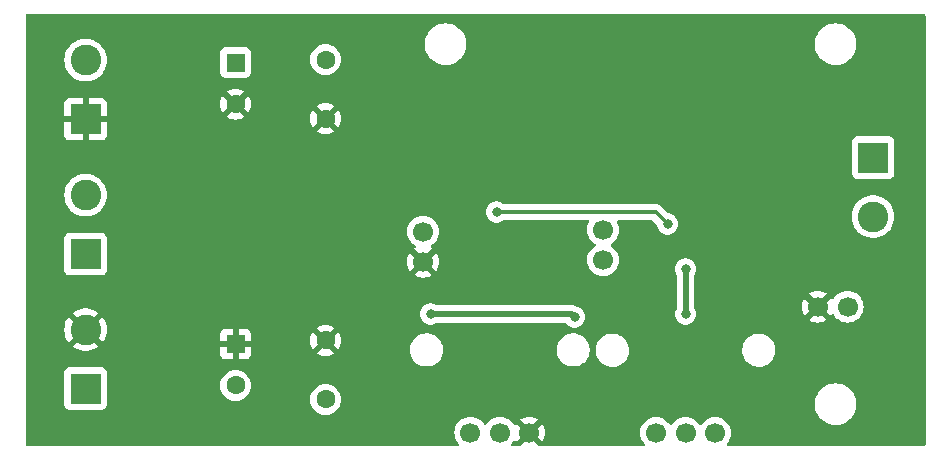
<source format=gbr>
%TF.GenerationSoftware,KiCad,Pcbnew,7.0.7-7.0.7~ubuntu22.04.1*%
%TF.CreationDate,2024-07-19T11:12:27-04:00*%
%TF.ProjectId,adjustable_instamp,61646a75-7374-4616-926c-655f696e7374,rev?*%
%TF.SameCoordinates,Original*%
%TF.FileFunction,Copper,L2,Bot*%
%TF.FilePolarity,Positive*%
%FSLAX46Y46*%
G04 Gerber Fmt 4.6, Leading zero omitted, Abs format (unit mm)*
G04 Created by KiCad (PCBNEW 7.0.7-7.0.7~ubuntu22.04.1) date 2024-07-19 11:12:27*
%MOMM*%
%LPD*%
G01*
G04 APERTURE LIST*
%TA.AperFunction,ComponentPad*%
%ADD10C,1.700000*%
%TD*%
%TA.AperFunction,ComponentPad*%
%ADD11R,2.600000X2.600000*%
%TD*%
%TA.AperFunction,ComponentPad*%
%ADD12C,2.600000*%
%TD*%
%TA.AperFunction,ComponentPad*%
%ADD13C,1.600000*%
%TD*%
%TA.AperFunction,ComponentPad*%
%ADD14R,1.600000X1.600000*%
%TD*%
%TA.AperFunction,ViaPad*%
%ADD15C,0.800000*%
%TD*%
%TA.AperFunction,Conductor*%
%ADD16C,0.500000*%
%TD*%
%TA.AperFunction,Conductor*%
%ADD17C,0.375000*%
%TD*%
G04 APERTURE END LIST*
D10*
%TO.P,R8,1*%
%TO.N,unconnected-(R8-Pad1)*%
X167680000Y-104033000D03*
%TO.P,R8,2*%
%TO.N,/V-2*%
X170180000Y-104033000D03*
%TO.P,R8,3*%
%TO.N,/-Vs*%
X172680000Y-104033000D03*
%TD*%
%TO.P,R5,1*%
%TO.N,unconnected-(R5-Pad1)*%
X151955000Y-104013000D03*
%TO.P,R5,2*%
%TO.N,/V+2*%
X154455000Y-104013000D03*
%TO.P,R5,3*%
%TO.N,GND*%
X156955000Y-104013000D03*
%TD*%
%TO.P,J7,1*%
%TO.N,/V-2*%
X163195000Y-86853000D03*
%TO.P,J7,2*%
%TO.N,/-Vs*%
X163195000Y-89393000D03*
%TD*%
%TO.P,J6,2*%
%TO.N,GND*%
X147955000Y-89535000D03*
%TO.P,J6,1*%
%TO.N,/V+2*%
X147955000Y-86995000D03*
%TD*%
%TO.P,J5,1*%
%TO.N,/Vout_ref*%
X183896000Y-93345000D03*
%TO.P,J5,2*%
%TO.N,GND*%
X181356000Y-93345000D03*
%TD*%
D11*
%TO.P,J4,1,Pin_1*%
%TO.N,/Vout*%
X186055000Y-80725000D03*
D12*
%TO.P,J4,2,Pin_2*%
%TO.N,/Vout_ref*%
X186055000Y-85725000D03*
%TD*%
D11*
%TO.P,J3,1,Pin_1*%
%TO.N,/-Vs*%
X119380000Y-100290000D03*
D12*
%TO.P,J3,2,Pin_2*%
%TO.N,GND*%
X119380000Y-95290000D03*
%TD*%
D11*
%TO.P,J2,1,Pin_1*%
%TO.N,/+In*%
X119380000Y-88900000D03*
D12*
%TO.P,J2,2,Pin_2*%
%TO.N,/-In*%
X119380000Y-83900000D03*
%TD*%
D11*
%TO.P,J1,1,Pin_1*%
%TO.N,GND*%
X119380000Y-77470000D03*
D12*
%TO.P,J1,2,Pin_2*%
%TO.N,/+Vs*%
X119380000Y-72470000D03*
%TD*%
D13*
%TO.P,C4,1*%
%TO.N,GND*%
X139700000Y-96210000D03*
%TO.P,C4,2*%
%TO.N,/-Vs*%
X139700000Y-101210000D03*
%TD*%
%TO.P,C3,2*%
%TO.N,GND*%
X139700000Y-77430000D03*
%TO.P,C3,1*%
%TO.N,/+Vs*%
X139700000Y-72430000D03*
%TD*%
D14*
%TO.P,C2,1*%
%TO.N,GND*%
X132080000Y-96520000D03*
D13*
%TO.P,C2,2*%
%TO.N,/-Vs*%
X132080000Y-100020000D03*
%TD*%
D14*
%TO.P,C1,1*%
%TO.N,/+Vs*%
X132080000Y-72700000D03*
D13*
%TO.P,C1,2*%
%TO.N,GND*%
X132080000Y-76200000D03*
%TD*%
D15*
%TO.N,/V-2*%
X170180000Y-93980000D03*
X170180000Y-90170000D03*
%TO.N,/V+2*%
X168656000Y-86360000D03*
X154178000Y-85344000D03*
%TO.N,GND*%
X144018000Y-82296000D03*
X142240000Y-82550000D03*
X141986000Y-90932000D03*
X176022000Y-78994000D03*
X176022000Y-88392000D03*
%TO.N,/-Vs*%
X160782000Y-94234000D03*
X148590000Y-93980000D03*
%TD*%
D16*
%TO.N,/V-2*%
X170180000Y-93980000D02*
X170180000Y-90170000D01*
D17*
%TO.N,/V+2*%
X167640000Y-85344000D02*
X168656000Y-86360000D01*
X154178000Y-85344000D02*
X167640000Y-85344000D01*
D16*
%TO.N,/-Vs*%
X160528000Y-93980000D02*
X160782000Y-94234000D01*
X148590000Y-93980000D02*
X160528000Y-93980000D01*
%TD*%
%TA.AperFunction,Conductor*%
%TO.N,GND*%
G36*
X190442539Y-68600185D02*
G01*
X190488294Y-68652989D01*
X190499500Y-68704500D01*
X190499500Y-105032000D01*
X190479815Y-105099039D01*
X190427011Y-105144794D01*
X190375500Y-105156000D01*
X173766258Y-105156000D01*
X173699219Y-105136315D01*
X173653464Y-105083511D01*
X173643520Y-105014353D01*
X173672545Y-104950797D01*
X173678577Y-104944319D01*
X173678576Y-104944319D01*
X173718495Y-104904401D01*
X173854035Y-104710830D01*
X173953903Y-104496663D01*
X174015063Y-104268408D01*
X174035659Y-104033000D01*
X174015063Y-103797592D01*
X173953903Y-103569337D01*
X173854035Y-103355171D01*
X173850765Y-103350500D01*
X173718494Y-103161597D01*
X173551402Y-102994506D01*
X173551395Y-102994501D01*
X173357834Y-102858967D01*
X173357830Y-102858965D01*
X173314938Y-102838964D01*
X173143663Y-102759097D01*
X173143659Y-102759096D01*
X173143655Y-102759094D01*
X172915413Y-102697938D01*
X172915403Y-102697936D01*
X172680001Y-102677341D01*
X172679999Y-102677341D01*
X172444596Y-102697936D01*
X172444586Y-102697938D01*
X172216344Y-102759094D01*
X172216335Y-102759098D01*
X172002171Y-102858964D01*
X172002169Y-102858965D01*
X171808597Y-102994505D01*
X171641508Y-103161594D01*
X171531574Y-103318596D01*
X171476997Y-103362221D01*
X171407498Y-103369413D01*
X171345144Y-103337891D01*
X171328424Y-103318595D01*
X171328236Y-103318327D01*
X171279809Y-103249166D01*
X171218494Y-103161597D01*
X171051402Y-102994506D01*
X171051395Y-102994501D01*
X170857834Y-102858967D01*
X170857830Y-102858965D01*
X170814938Y-102838964D01*
X170643663Y-102759097D01*
X170643659Y-102759096D01*
X170643655Y-102759094D01*
X170415413Y-102697938D01*
X170415403Y-102697936D01*
X170180001Y-102677341D01*
X170179999Y-102677341D01*
X169944596Y-102697936D01*
X169944586Y-102697938D01*
X169716344Y-102759094D01*
X169716335Y-102759098D01*
X169502171Y-102858964D01*
X169502169Y-102858965D01*
X169308597Y-102994505D01*
X169141505Y-103161597D01*
X169031575Y-103318595D01*
X168976998Y-103362220D01*
X168907500Y-103369414D01*
X168845145Y-103337891D01*
X168828425Y-103318595D01*
X168718494Y-103161597D01*
X168551402Y-102994506D01*
X168551395Y-102994501D01*
X168357834Y-102858967D01*
X168357830Y-102858965D01*
X168314938Y-102838964D01*
X168143663Y-102759097D01*
X168143659Y-102759096D01*
X168143655Y-102759094D01*
X167915413Y-102697938D01*
X167915403Y-102697936D01*
X167680001Y-102677341D01*
X167679999Y-102677341D01*
X167444596Y-102697936D01*
X167444586Y-102697938D01*
X167216344Y-102759094D01*
X167216335Y-102759098D01*
X167002171Y-102858964D01*
X167002169Y-102858965D01*
X166808597Y-102994505D01*
X166641505Y-103161597D01*
X166505965Y-103355169D01*
X166505964Y-103355171D01*
X166406098Y-103569335D01*
X166406094Y-103569344D01*
X166344938Y-103797586D01*
X166344936Y-103797596D01*
X166324341Y-104032999D01*
X166324341Y-104033000D01*
X166344936Y-104268403D01*
X166344938Y-104268413D01*
X166406094Y-104496655D01*
X166406096Y-104496659D01*
X166406097Y-104496663D01*
X166420674Y-104527923D01*
X166505965Y-104710830D01*
X166505967Y-104710834D01*
X166531575Y-104747405D01*
X166641501Y-104904396D01*
X166641506Y-104904402D01*
X166681423Y-104944319D01*
X166714908Y-105005642D01*
X166709924Y-105075334D01*
X166668052Y-105131267D01*
X166602588Y-105155684D01*
X166593742Y-105156000D01*
X157795809Y-105156000D01*
X157728770Y-105136315D01*
X157708128Y-105119681D01*
X157248165Y-104659718D01*
X157214680Y-104598395D01*
X157219664Y-104528703D01*
X157257588Y-104475853D01*
X157360739Y-104391934D01*
X157411052Y-104320655D01*
X157465793Y-104277239D01*
X157535318Y-104270310D01*
X157597553Y-104302068D01*
X157600037Y-104304484D01*
X158069925Y-104774373D01*
X158069926Y-104774373D01*
X158128598Y-104690582D01*
X158128600Y-104690578D01*
X158228429Y-104476492D01*
X158228433Y-104476483D01*
X158289567Y-104248326D01*
X158289569Y-104248315D01*
X158310157Y-104013001D01*
X158310157Y-104012998D01*
X158289569Y-103777684D01*
X158289567Y-103777673D01*
X158228433Y-103549516D01*
X158228429Y-103549507D01*
X158128600Y-103335423D01*
X158128599Y-103335421D01*
X158069925Y-103251626D01*
X158069925Y-103251625D01*
X157603517Y-103718034D01*
X157542194Y-103751519D01*
X157472502Y-103746535D01*
X157416569Y-103704663D01*
X157413486Y-103699750D01*
X157413451Y-103699775D01*
X157408558Y-103692843D01*
X157353661Y-103634064D01*
X157305362Y-103582348D01*
X157283978Y-103569344D01*
X157270300Y-103561026D01*
X157223248Y-103509374D01*
X157211591Y-103440484D01*
X157239029Y-103376227D01*
X157247048Y-103367397D01*
X157716373Y-102898073D01*
X157716373Y-102898072D01*
X157632583Y-102839402D01*
X157632579Y-102839400D01*
X157418492Y-102739570D01*
X157418483Y-102739566D01*
X157190326Y-102678432D01*
X157190315Y-102678430D01*
X156955002Y-102657843D01*
X156954998Y-102657843D01*
X156719684Y-102678430D01*
X156719673Y-102678432D01*
X156491516Y-102739566D01*
X156491507Y-102739570D01*
X156277419Y-102839401D01*
X156193625Y-102898072D01*
X156661833Y-103366280D01*
X156695318Y-103427603D01*
X156690334Y-103497295D01*
X156652408Y-103550148D01*
X156549262Y-103634064D01*
X156549258Y-103634069D01*
X156498947Y-103705343D01*
X156444204Y-103748760D01*
X156374679Y-103755689D01*
X156312444Y-103723930D01*
X156309962Y-103721515D01*
X155840072Y-103251625D01*
X155840071Y-103251626D01*
X155806879Y-103299031D01*
X155752302Y-103342656D01*
X155682804Y-103349850D01*
X155620449Y-103318327D01*
X155603732Y-103299034D01*
X155493495Y-103141599D01*
X155326401Y-102974505D01*
X155217245Y-102898073D01*
X155132834Y-102838967D01*
X155132830Y-102838965D01*
X155132828Y-102838964D01*
X154918663Y-102739097D01*
X154918659Y-102739096D01*
X154918655Y-102739094D01*
X154690413Y-102677938D01*
X154690403Y-102677936D01*
X154455001Y-102657341D01*
X154454999Y-102657341D01*
X154219596Y-102677936D01*
X154219586Y-102677938D01*
X153991344Y-102739094D01*
X153991335Y-102739098D01*
X153777171Y-102838964D01*
X153777169Y-102838965D01*
X153583597Y-102974505D01*
X153416505Y-103141597D01*
X153306575Y-103298595D01*
X153251998Y-103342220D01*
X153182500Y-103349414D01*
X153120145Y-103317891D01*
X153103425Y-103298595D01*
X152993494Y-103141597D01*
X152826402Y-102974506D01*
X152826395Y-102974501D01*
X152632834Y-102838967D01*
X152632830Y-102838965D01*
X152632828Y-102838964D01*
X152418663Y-102739097D01*
X152418659Y-102739096D01*
X152418655Y-102739094D01*
X152190413Y-102677938D01*
X152190403Y-102677936D01*
X151955001Y-102657341D01*
X151954999Y-102657341D01*
X151719596Y-102677936D01*
X151719586Y-102677938D01*
X151491344Y-102739094D01*
X151491335Y-102739098D01*
X151277171Y-102838964D01*
X151277169Y-102838965D01*
X151083597Y-102974505D01*
X150916505Y-103141597D01*
X150780965Y-103335169D01*
X150780964Y-103335171D01*
X150681098Y-103549335D01*
X150681094Y-103549344D01*
X150619938Y-103777586D01*
X150619936Y-103777596D01*
X150599341Y-104012999D01*
X150599341Y-104013000D01*
X150619936Y-104248403D01*
X150619938Y-104248413D01*
X150681094Y-104476655D01*
X150681096Y-104476659D01*
X150681097Y-104476663D01*
X150721357Y-104563000D01*
X150780965Y-104690830D01*
X150780967Y-104690834D01*
X150820579Y-104747405D01*
X150916501Y-104884396D01*
X150916506Y-104884402D01*
X150976423Y-104944319D01*
X151009908Y-105005642D01*
X151004924Y-105075334D01*
X150963052Y-105131267D01*
X150897588Y-105155684D01*
X150888742Y-105156000D01*
X114424500Y-105156000D01*
X114357461Y-105136315D01*
X114311706Y-105083511D01*
X114300500Y-105032000D01*
X114300500Y-101637870D01*
X117579500Y-101637870D01*
X117579501Y-101637876D01*
X117585908Y-101697483D01*
X117636202Y-101832328D01*
X117636206Y-101832335D01*
X117722452Y-101947544D01*
X117722455Y-101947547D01*
X117837664Y-102033793D01*
X117837671Y-102033797D01*
X117972517Y-102084091D01*
X117972516Y-102084091D01*
X117979444Y-102084835D01*
X118032127Y-102090500D01*
X120727872Y-102090499D01*
X120787483Y-102084091D01*
X120922331Y-102033796D01*
X121037546Y-101947546D01*
X121123796Y-101832331D01*
X121174091Y-101697483D01*
X121180500Y-101637873D01*
X121180499Y-100020001D01*
X130774532Y-100020001D01*
X130794364Y-100246686D01*
X130794366Y-100246697D01*
X130853258Y-100466488D01*
X130853261Y-100466497D01*
X130949431Y-100672732D01*
X130949432Y-100672734D01*
X131079954Y-100859141D01*
X131240858Y-101020045D01*
X131240861Y-101020047D01*
X131427266Y-101150568D01*
X131633504Y-101246739D01*
X131853308Y-101305635D01*
X132015230Y-101319801D01*
X132079998Y-101325468D01*
X132080000Y-101325468D01*
X132080002Y-101325468D01*
X132136673Y-101320509D01*
X132306692Y-101305635D01*
X132526496Y-101246739D01*
X132605280Y-101210001D01*
X138394532Y-101210001D01*
X138414364Y-101436686D01*
X138414366Y-101436697D01*
X138473258Y-101656488D01*
X138473261Y-101656497D01*
X138569431Y-101862732D01*
X138569432Y-101862734D01*
X138699954Y-102049141D01*
X138860858Y-102210045D01*
X138860861Y-102210047D01*
X139047266Y-102340568D01*
X139253504Y-102436739D01*
X139473308Y-102495635D01*
X139635230Y-102509801D01*
X139699998Y-102515468D01*
X139700000Y-102515468D01*
X139700002Y-102515468D01*
X139756673Y-102510509D01*
X139926692Y-102495635D01*
X140146496Y-102436739D01*
X140352734Y-102340568D01*
X140539139Y-102210047D01*
X140700047Y-102049139D01*
X140830568Y-101862734D01*
X140891910Y-101731187D01*
X181129500Y-101731187D01*
X181149328Y-101862732D01*
X181168604Y-101990615D01*
X181168605Y-101990617D01*
X181168606Y-101990623D01*
X181245938Y-102241326D01*
X181359767Y-102477696D01*
X181359768Y-102477697D01*
X181359770Y-102477700D01*
X181359772Y-102477704D01*
X181496288Y-102677936D01*
X181507567Y-102694479D01*
X181686014Y-102886801D01*
X181686018Y-102886804D01*
X181686019Y-102886805D01*
X181891143Y-103050386D01*
X182118357Y-103181568D01*
X182362584Y-103277420D01*
X182618370Y-103335802D01*
X182618376Y-103335802D01*
X182618379Y-103335803D01*
X182814500Y-103350500D01*
X182814506Y-103350500D01*
X182945500Y-103350500D01*
X183141620Y-103335803D01*
X183141622Y-103335802D01*
X183141630Y-103335802D01*
X183397416Y-103277420D01*
X183641643Y-103181568D01*
X183868857Y-103050386D01*
X184073981Y-102886805D01*
X184252433Y-102694479D01*
X184400228Y-102477704D01*
X184514063Y-102241323D01*
X184591396Y-101990615D01*
X184630500Y-101731182D01*
X184630500Y-101468818D01*
X184591396Y-101209385D01*
X184514063Y-100958677D01*
X184466128Y-100859139D01*
X184400232Y-100722303D01*
X184400231Y-100722302D01*
X184400230Y-100722301D01*
X184400228Y-100722296D01*
X184252433Y-100505521D01*
X184216216Y-100466488D01*
X184073985Y-100313198D01*
X183990581Y-100246686D01*
X183868857Y-100149614D01*
X183641643Y-100018432D01*
X183397416Y-99922580D01*
X183397411Y-99922578D01*
X183397402Y-99922576D01*
X183179818Y-99872914D01*
X183141630Y-99864198D01*
X183141629Y-99864197D01*
X183141625Y-99864197D01*
X183141620Y-99864196D01*
X182945500Y-99849500D01*
X182945494Y-99849500D01*
X182814506Y-99849500D01*
X182814500Y-99849500D01*
X182618379Y-99864196D01*
X182618374Y-99864197D01*
X182362597Y-99922576D01*
X182362578Y-99922582D01*
X182118356Y-100018432D01*
X181891143Y-100149614D01*
X181686014Y-100313198D01*
X181507567Y-100505520D01*
X181359768Y-100722302D01*
X181359767Y-100722303D01*
X181245938Y-100958673D01*
X181168606Y-101209376D01*
X181168605Y-101209381D01*
X181168604Y-101209385D01*
X181154097Y-101305633D01*
X181129500Y-101468812D01*
X181129500Y-101731187D01*
X140891910Y-101731187D01*
X140926739Y-101656496D01*
X140985635Y-101436692D01*
X141005468Y-101210000D01*
X141005413Y-101209376D01*
X140985635Y-100983313D01*
X140985635Y-100983308D01*
X140926739Y-100763504D01*
X140830568Y-100557266D01*
X140700047Y-100370861D01*
X140700045Y-100370858D01*
X140539141Y-100209954D01*
X140352734Y-100079432D01*
X140352732Y-100079431D01*
X140146497Y-99983261D01*
X140146488Y-99983258D01*
X139926697Y-99924366D01*
X139926693Y-99924365D01*
X139926692Y-99924365D01*
X139926691Y-99924364D01*
X139926686Y-99924364D01*
X139700002Y-99904532D01*
X139699998Y-99904532D01*
X139473313Y-99924364D01*
X139473302Y-99924366D01*
X139253511Y-99983258D01*
X139253502Y-99983261D01*
X139047267Y-100079431D01*
X139047265Y-100079432D01*
X138860858Y-100209954D01*
X138699954Y-100370858D01*
X138569432Y-100557265D01*
X138569431Y-100557267D01*
X138473261Y-100763502D01*
X138473258Y-100763511D01*
X138414366Y-100983302D01*
X138414364Y-100983313D01*
X138394532Y-101209998D01*
X138394532Y-101210001D01*
X132605280Y-101210001D01*
X132732734Y-101150568D01*
X132919139Y-101020047D01*
X133080047Y-100859139D01*
X133210568Y-100672734D01*
X133306739Y-100466496D01*
X133365635Y-100246692D01*
X133385468Y-100020000D01*
X133382253Y-99983258D01*
X133365635Y-99793313D01*
X133365635Y-99793308D01*
X133306739Y-99573504D01*
X133210568Y-99367266D01*
X133080047Y-99180861D01*
X133080045Y-99180858D01*
X132919141Y-99019954D01*
X132732734Y-98889432D01*
X132732732Y-98889431D01*
X132526497Y-98793261D01*
X132526488Y-98793258D01*
X132306697Y-98734366D01*
X132306693Y-98734365D01*
X132306692Y-98734365D01*
X132306691Y-98734364D01*
X132306686Y-98734364D01*
X132080002Y-98714532D01*
X132079998Y-98714532D01*
X131853313Y-98734364D01*
X131853302Y-98734366D01*
X131633511Y-98793258D01*
X131633502Y-98793261D01*
X131427267Y-98889431D01*
X131427265Y-98889432D01*
X131240858Y-99019954D01*
X131079954Y-99180858D01*
X130949432Y-99367265D01*
X130949431Y-99367267D01*
X130853261Y-99573502D01*
X130853258Y-99573511D01*
X130794366Y-99793302D01*
X130794364Y-99793313D01*
X130774532Y-100019998D01*
X130774532Y-100020001D01*
X121180499Y-100020001D01*
X121180499Y-98942128D01*
X121174091Y-98882517D01*
X121123796Y-98747669D01*
X121123795Y-98747668D01*
X121123793Y-98747664D01*
X121037547Y-98632455D01*
X121037544Y-98632452D01*
X120922335Y-98546206D01*
X120922328Y-98546202D01*
X120787482Y-98495908D01*
X120787483Y-98495908D01*
X120727883Y-98489501D01*
X120727881Y-98489500D01*
X120727873Y-98489500D01*
X120727864Y-98489500D01*
X118032129Y-98489500D01*
X118032123Y-98489501D01*
X117972516Y-98495908D01*
X117837671Y-98546202D01*
X117837664Y-98546206D01*
X117722455Y-98632452D01*
X117722452Y-98632455D01*
X117636206Y-98747664D01*
X117636202Y-98747671D01*
X117585908Y-98882517D01*
X117579501Y-98942116D01*
X117579501Y-98942123D01*
X117579500Y-98942135D01*
X117579500Y-101637870D01*
X114300500Y-101637870D01*
X114300500Y-97367844D01*
X130780000Y-97367844D01*
X130786401Y-97427372D01*
X130786403Y-97427379D01*
X130836645Y-97562086D01*
X130836649Y-97562093D01*
X130922809Y-97677187D01*
X130922812Y-97677190D01*
X131037906Y-97763350D01*
X131037913Y-97763354D01*
X131172620Y-97813596D01*
X131172627Y-97813598D01*
X131232155Y-97819999D01*
X131232172Y-97820000D01*
X131829999Y-97820000D01*
X131829999Y-97030575D01*
X131849683Y-96963536D01*
X131902487Y-96917781D01*
X131971646Y-96907837D01*
X131973353Y-96908095D01*
X131998583Y-96912091D01*
X132048515Y-96920000D01*
X132048519Y-96920000D01*
X132111485Y-96920000D01*
X132154300Y-96913218D01*
X132186602Y-96908102D01*
X132255894Y-96917056D01*
X132309347Y-96962052D01*
X132329987Y-97028803D01*
X132330000Y-97030575D01*
X132330000Y-97820000D01*
X132927828Y-97820000D01*
X132927844Y-97819999D01*
X132987372Y-97813598D01*
X132987379Y-97813596D01*
X133122086Y-97763354D01*
X133122093Y-97763350D01*
X133237187Y-97677190D01*
X133237190Y-97677187D01*
X133323350Y-97562093D01*
X133323354Y-97562086D01*
X133373596Y-97427379D01*
X133373598Y-97427372D01*
X133379999Y-97367844D01*
X133380000Y-97367827D01*
X133380000Y-96770000D01*
X132590576Y-96770000D01*
X132523537Y-96750315D01*
X132477782Y-96697511D01*
X132467838Y-96628353D01*
X132468103Y-96626603D01*
X132484986Y-96520003D01*
X132484986Y-96519996D01*
X132468103Y-96413397D01*
X132477058Y-96344104D01*
X132522054Y-96290652D01*
X132588806Y-96270013D01*
X132590576Y-96270000D01*
X133380000Y-96270000D01*
X133380000Y-96210002D01*
X138395034Y-96210002D01*
X138414858Y-96436599D01*
X138414860Y-96436610D01*
X138473730Y-96656317D01*
X138473734Y-96656326D01*
X138569865Y-96862481D01*
X138569866Y-96862483D01*
X138620973Y-96935471D01*
X138620973Y-96935472D01*
X139162580Y-96393865D01*
X139223903Y-96360380D01*
X139293594Y-96365364D01*
X139349528Y-96407235D01*
X139360742Y-96425246D01*
X139366527Y-96436599D01*
X139372358Y-96448044D01*
X139372363Y-96448050D01*
X139461949Y-96537636D01*
X139461951Y-96537637D01*
X139461955Y-96537641D01*
X139484747Y-96549254D01*
X139535542Y-96597228D01*
X139552337Y-96665049D01*
X139529799Y-96731184D01*
X139516132Y-96747419D01*
X138974526Y-97289025D01*
X138974526Y-97289026D01*
X139047512Y-97340131D01*
X139047516Y-97340133D01*
X139253673Y-97436265D01*
X139253682Y-97436269D01*
X139473389Y-97495139D01*
X139473400Y-97495141D01*
X139699998Y-97514966D01*
X139700002Y-97514966D01*
X139926599Y-97495141D01*
X139926610Y-97495139D01*
X140146317Y-97436269D01*
X140146331Y-97436264D01*
X140352478Y-97340136D01*
X140425472Y-97289025D01*
X140089793Y-96953346D01*
X146850702Y-96953346D01*
X146860819Y-97191528D01*
X146860819Y-97191532D01*
X146911045Y-97424580D01*
X146966303Y-97562093D01*
X146999936Y-97645790D01*
X147124931Y-97848795D01*
X147282436Y-98027755D01*
X147467920Y-98177523D01*
X147676046Y-98293790D01*
X147801951Y-98338275D01*
X147900829Y-98373211D01*
X148135790Y-98413499D01*
X148135798Y-98413499D01*
X148135800Y-98413500D01*
X148135801Y-98413500D01*
X148314502Y-98413500D01*
X148492536Y-98398347D01*
X148492539Y-98398346D01*
X148492541Y-98398346D01*
X148723249Y-98338275D01*
X148896235Y-98260080D01*
X148940480Y-98240080D01*
X148940481Y-98240078D01*
X148940486Y-98240077D01*
X149108412Y-98126579D01*
X149137993Y-98106586D01*
X149137994Y-98106584D01*
X149138003Y-98106579D01*
X149310118Y-97941621D01*
X149451879Y-97749947D01*
X149559207Y-97537074D01*
X149629016Y-97309123D01*
X149659298Y-97072654D01*
X149655079Y-96973346D01*
X149654230Y-96953346D01*
X159250702Y-96953346D01*
X159260819Y-97191528D01*
X159260819Y-97191532D01*
X159311045Y-97424580D01*
X159366303Y-97562093D01*
X159399936Y-97645790D01*
X159524931Y-97848795D01*
X159682436Y-98027755D01*
X159867920Y-98177523D01*
X160076046Y-98293790D01*
X160201951Y-98338275D01*
X160300829Y-98373211D01*
X160535790Y-98413499D01*
X160535798Y-98413499D01*
X160535800Y-98413500D01*
X160535801Y-98413500D01*
X160714502Y-98413500D01*
X160892536Y-98398347D01*
X160892539Y-98398346D01*
X160892541Y-98398346D01*
X161123249Y-98338275D01*
X161296235Y-98260080D01*
X161340480Y-98240080D01*
X161340481Y-98240078D01*
X161340486Y-98240077D01*
X161508412Y-98126579D01*
X161537993Y-98106586D01*
X161537994Y-98106584D01*
X161538003Y-98106579D01*
X161710118Y-97941621D01*
X161851879Y-97749947D01*
X161959207Y-97537074D01*
X162029016Y-97309123D01*
X162059298Y-97072654D01*
X162055079Y-96973346D01*
X162575702Y-96973346D01*
X162585819Y-97211528D01*
X162585819Y-97211532D01*
X162636045Y-97444580D01*
X162716898Y-97645788D01*
X162724936Y-97665790D01*
X162849931Y-97868795D01*
X163007436Y-98047755D01*
X163192920Y-98197523D01*
X163401046Y-98313790D01*
X163526951Y-98358275D01*
X163625829Y-98393211D01*
X163860790Y-98433499D01*
X163860798Y-98433499D01*
X163860800Y-98433500D01*
X163860801Y-98433500D01*
X164039502Y-98433500D01*
X164217536Y-98418347D01*
X164217539Y-98418346D01*
X164217541Y-98418346D01*
X164448249Y-98358275D01*
X164590907Y-98293789D01*
X164665480Y-98260080D01*
X164665481Y-98260078D01*
X164665486Y-98260077D01*
X164863003Y-98126579D01*
X165035118Y-97961621D01*
X165176879Y-97769947D01*
X165284207Y-97557074D01*
X165354016Y-97329123D01*
X165384298Y-97092654D01*
X165383448Y-97072654D01*
X165379230Y-96973346D01*
X174975702Y-96973346D01*
X174985819Y-97211528D01*
X174985819Y-97211532D01*
X175036045Y-97444580D01*
X175116898Y-97645788D01*
X175124936Y-97665790D01*
X175249931Y-97868795D01*
X175407436Y-98047755D01*
X175592920Y-98197523D01*
X175801046Y-98313790D01*
X175926951Y-98358275D01*
X176025829Y-98393211D01*
X176260790Y-98433499D01*
X176260798Y-98433499D01*
X176260800Y-98433500D01*
X176260801Y-98433500D01*
X176439502Y-98433500D01*
X176617536Y-98418347D01*
X176617539Y-98418346D01*
X176617541Y-98418346D01*
X176848249Y-98358275D01*
X176990907Y-98293789D01*
X177065480Y-98260080D01*
X177065481Y-98260078D01*
X177065486Y-98260077D01*
X177263003Y-98126579D01*
X177435118Y-97961621D01*
X177576879Y-97769947D01*
X177684207Y-97557074D01*
X177754016Y-97329123D01*
X177784298Y-97092654D01*
X177783448Y-97072654D01*
X177774180Y-96854471D01*
X177774180Y-96854467D01*
X177723954Y-96621419D01*
X177694955Y-96549253D01*
X177635064Y-96400210D01*
X177510069Y-96197205D01*
X177352564Y-96018245D01*
X177167080Y-95868477D01*
X177050937Y-95803595D01*
X176958955Y-95752210D01*
X176734170Y-95672788D01*
X176499209Y-95632500D01*
X176499200Y-95632500D01*
X176320503Y-95632500D01*
X176320498Y-95632500D01*
X176142463Y-95647652D01*
X175911751Y-95707724D01*
X175694519Y-95805919D01*
X175694511Y-95805924D01*
X175497006Y-95939413D01*
X175496997Y-95939421D01*
X175324881Y-96104379D01*
X175183123Y-96296050D01*
X175183120Y-96296054D01*
X175075796Y-96508920D01*
X175075793Y-96508926D01*
X175005983Y-96736878D01*
X174975702Y-96973346D01*
X165379230Y-96973346D01*
X165374180Y-96854471D01*
X165374180Y-96854467D01*
X165323954Y-96621419D01*
X165294955Y-96549253D01*
X165235064Y-96400210D01*
X165110069Y-96197205D01*
X164952564Y-96018245D01*
X164767080Y-95868477D01*
X164650937Y-95803595D01*
X164558955Y-95752210D01*
X164334170Y-95672788D01*
X164099209Y-95632500D01*
X164099200Y-95632500D01*
X163920503Y-95632500D01*
X163920498Y-95632500D01*
X163742463Y-95647652D01*
X163511751Y-95707724D01*
X163294519Y-95805919D01*
X163294511Y-95805924D01*
X163097006Y-95939413D01*
X163096997Y-95939421D01*
X162924881Y-96104379D01*
X162783123Y-96296050D01*
X162783120Y-96296054D01*
X162675796Y-96508920D01*
X162675793Y-96508926D01*
X162605983Y-96736878D01*
X162575702Y-96973346D01*
X162055079Y-96973346D01*
X162050030Y-96854471D01*
X162049180Y-96834468D01*
X162030419Y-96747419D01*
X161998954Y-96601419D01*
X161996441Y-96595165D01*
X161910064Y-96380210D01*
X161785069Y-96177205D01*
X161627564Y-95998245D01*
X161442080Y-95848477D01*
X161297296Y-95767595D01*
X161233955Y-95732210D01*
X161009170Y-95652788D01*
X160774209Y-95612500D01*
X160774200Y-95612500D01*
X160595503Y-95612500D01*
X160595498Y-95612500D01*
X160417463Y-95627652D01*
X160186751Y-95687724D01*
X159969519Y-95785919D01*
X159969511Y-95785924D01*
X159772006Y-95919413D01*
X159771997Y-95919421D01*
X159599881Y-96084379D01*
X159458123Y-96276050D01*
X159458120Y-96276054D01*
X159350796Y-96488920D01*
X159350793Y-96488926D01*
X159280983Y-96716878D01*
X159250702Y-96953346D01*
X149654230Y-96953346D01*
X149650030Y-96854471D01*
X149649180Y-96834468D01*
X149630419Y-96747419D01*
X149598954Y-96601419D01*
X149596441Y-96595165D01*
X149510064Y-96380210D01*
X149385069Y-96177205D01*
X149227564Y-95998245D01*
X149042080Y-95848477D01*
X148897296Y-95767595D01*
X148833955Y-95732210D01*
X148609170Y-95652788D01*
X148374209Y-95612500D01*
X148374200Y-95612500D01*
X148195503Y-95612500D01*
X148195498Y-95612500D01*
X148017463Y-95627652D01*
X147786751Y-95687724D01*
X147569519Y-95785919D01*
X147569511Y-95785924D01*
X147372006Y-95919413D01*
X147371997Y-95919421D01*
X147199881Y-96084379D01*
X147058123Y-96276050D01*
X147058120Y-96276054D01*
X146950796Y-96488920D01*
X146950793Y-96488926D01*
X146880983Y-96716878D01*
X146850702Y-96953346D01*
X140089793Y-96953346D01*
X139883866Y-96747419D01*
X139850381Y-96686096D01*
X139855365Y-96616404D01*
X139897237Y-96560471D01*
X139915245Y-96549258D01*
X139938045Y-96537641D01*
X140027641Y-96448045D01*
X140039254Y-96425252D01*
X140087225Y-96374458D01*
X140155046Y-96357661D01*
X140221181Y-96380197D01*
X140237419Y-96393866D01*
X140779025Y-96935472D01*
X140830136Y-96862478D01*
X140926264Y-96656331D01*
X140926269Y-96656317D01*
X140985139Y-96436610D01*
X140985141Y-96436599D01*
X141004966Y-96210002D01*
X141004966Y-96209997D01*
X140985141Y-95983400D01*
X140985139Y-95983389D01*
X140926269Y-95763682D01*
X140926265Y-95763673D01*
X140830133Y-95557516D01*
X140830131Y-95557512D01*
X140779026Y-95484526D01*
X140779025Y-95484526D01*
X140237419Y-96026132D01*
X140176096Y-96059617D01*
X140106404Y-96054633D01*
X140050471Y-96012761D01*
X140039256Y-95994751D01*
X140027641Y-95971955D01*
X140027637Y-95971951D01*
X140027636Y-95971949D01*
X139938050Y-95882363D01*
X139938044Y-95882358D01*
X139925119Y-95875773D01*
X139915250Y-95870744D01*
X139864456Y-95822773D01*
X139847660Y-95754952D01*
X139870197Y-95688817D01*
X139883865Y-95672580D01*
X140425472Y-95130973D01*
X140352483Y-95079866D01*
X140352481Y-95079865D01*
X140146326Y-94983734D01*
X140146317Y-94983730D01*
X139926610Y-94924860D01*
X139926599Y-94924858D01*
X139700002Y-94905034D01*
X139699998Y-94905034D01*
X139473400Y-94924858D01*
X139473389Y-94924860D01*
X139253682Y-94983730D01*
X139253673Y-94983734D01*
X139047513Y-95079868D01*
X138974526Y-95130973D01*
X139516133Y-95672580D01*
X139549618Y-95733903D01*
X139544634Y-95803595D01*
X139502762Y-95859528D01*
X139484748Y-95870745D01*
X139461956Y-95882358D01*
X139461949Y-95882363D01*
X139372363Y-95971949D01*
X139372358Y-95971956D01*
X139360745Y-95994748D01*
X139312770Y-96045544D01*
X139244949Y-96062338D01*
X139178814Y-96039800D01*
X139162580Y-96026133D01*
X138620973Y-95484526D01*
X138569868Y-95557513D01*
X138473734Y-95763673D01*
X138473730Y-95763682D01*
X138414860Y-95983389D01*
X138414858Y-95983400D01*
X138395034Y-96209997D01*
X138395034Y-96210002D01*
X133380000Y-96210002D01*
X133380000Y-95672172D01*
X133379999Y-95672155D01*
X133373598Y-95612627D01*
X133373596Y-95612620D01*
X133323354Y-95477913D01*
X133323350Y-95477906D01*
X133237190Y-95362812D01*
X133237187Y-95362809D01*
X133122093Y-95276649D01*
X133122086Y-95276645D01*
X132987379Y-95226403D01*
X132987372Y-95226401D01*
X132927844Y-95220000D01*
X132330000Y-95220000D01*
X132330000Y-96009424D01*
X132310315Y-96076463D01*
X132257511Y-96122218D01*
X132188353Y-96132162D01*
X132186602Y-96131897D01*
X132111486Y-96120000D01*
X132111481Y-96120000D01*
X132048519Y-96120000D01*
X132048512Y-96120000D01*
X131973396Y-96131897D01*
X131904103Y-96122942D01*
X131850651Y-96077946D01*
X131830012Y-96011194D01*
X131829999Y-96009424D01*
X131830000Y-95220000D01*
X131232155Y-95220000D01*
X131172627Y-95226401D01*
X131172620Y-95226403D01*
X131037913Y-95276645D01*
X131037906Y-95276649D01*
X130922812Y-95362809D01*
X130922809Y-95362812D01*
X130836649Y-95477906D01*
X130836645Y-95477913D01*
X130786403Y-95612620D01*
X130786401Y-95612627D01*
X130780000Y-95672155D01*
X130780000Y-96270000D01*
X131569424Y-96270000D01*
X131636463Y-96289685D01*
X131682218Y-96342489D01*
X131692162Y-96411647D01*
X131691897Y-96413397D01*
X131675014Y-96519996D01*
X131675014Y-96520003D01*
X131691897Y-96626603D01*
X131682942Y-96695896D01*
X131637946Y-96749348D01*
X131571194Y-96769987D01*
X131569424Y-96770000D01*
X130780000Y-96770000D01*
X130780000Y-97367844D01*
X114300500Y-97367844D01*
X114300500Y-95290004D01*
X117574953Y-95290004D01*
X117595113Y-95559026D01*
X117595113Y-95559028D01*
X117655142Y-95822033D01*
X117655148Y-95822052D01*
X117753709Y-96073181D01*
X117753708Y-96073181D01*
X117888602Y-96306822D01*
X117942294Y-96374151D01*
X118662331Y-95654114D01*
X118723654Y-95620629D01*
X118793345Y-95625613D01*
X118849279Y-95667485D01*
X118854707Y-95675350D01*
X118875187Y-95707620D01*
X118875188Y-95707621D01*
X118994904Y-95820041D01*
X118998266Y-95822484D01*
X119000264Y-95825074D01*
X119000590Y-95825381D01*
X119000540Y-95825433D01*
X119040934Y-95877812D01*
X119046915Y-95947425D01*
X119014311Y-96009221D01*
X119013065Y-96010485D01*
X118294848Y-96728702D01*
X118477483Y-96853220D01*
X118477485Y-96853221D01*
X118720539Y-96970269D01*
X118720537Y-96970269D01*
X118978337Y-97049790D01*
X118978343Y-97049792D01*
X119245101Y-97089999D01*
X119245110Y-97090000D01*
X119514890Y-97090000D01*
X119514898Y-97089999D01*
X119781656Y-97049792D01*
X119781662Y-97049790D01*
X120039461Y-96970269D01*
X120282521Y-96853218D01*
X120465150Y-96728702D01*
X119743234Y-96006787D01*
X119709749Y-95945464D01*
X119714733Y-95875773D01*
X119756605Y-95819839D01*
X119757953Y-95818844D01*
X119828492Y-95767595D01*
X119914871Y-95663180D01*
X119972768Y-95624074D01*
X120042620Y-95622478D01*
X120098094Y-95654541D01*
X120817703Y-96374151D01*
X120817704Y-96374150D01*
X120871393Y-96306828D01*
X120871400Y-96306817D01*
X121006290Y-96073181D01*
X121104851Y-95822052D01*
X121104857Y-95822033D01*
X121164886Y-95559028D01*
X121164886Y-95559026D01*
X121185047Y-95290004D01*
X121185047Y-95289995D01*
X121164886Y-95020973D01*
X121164886Y-95020971D01*
X121104857Y-94757966D01*
X121104851Y-94757947D01*
X121006290Y-94506818D01*
X121006291Y-94506818D01*
X120871397Y-94273177D01*
X120817704Y-94205847D01*
X120097667Y-94925884D01*
X120036344Y-94959369D01*
X119966652Y-94954385D01*
X119910719Y-94912513D01*
X119905290Y-94904646D01*
X119889966Y-94880500D01*
X119884814Y-94872381D01*
X119820942Y-94812402D01*
X119765097Y-94759960D01*
X119761732Y-94757515D01*
X119759731Y-94754920D01*
X119759410Y-94754619D01*
X119759458Y-94754567D01*
X119719064Y-94702187D01*
X119713082Y-94632574D01*
X119745685Y-94570778D01*
X119746932Y-94569513D01*
X120336446Y-93980000D01*
X147684540Y-93980000D01*
X147704326Y-94168256D01*
X147704327Y-94168259D01*
X147762818Y-94348277D01*
X147762821Y-94348284D01*
X147857467Y-94512216D01*
X147965838Y-94632574D01*
X147984129Y-94652888D01*
X148137265Y-94764148D01*
X148137270Y-94764151D01*
X148310192Y-94841142D01*
X148310197Y-94841144D01*
X148495354Y-94880500D01*
X148495355Y-94880500D01*
X148684644Y-94880500D01*
X148684646Y-94880500D01*
X148869803Y-94841144D01*
X149042730Y-94764151D01*
X149048223Y-94760160D01*
X149056452Y-94754182D01*
X149122258Y-94730702D01*
X149129337Y-94730500D01*
X159962100Y-94730500D01*
X160029139Y-94750185D01*
X160054250Y-94771528D01*
X160176129Y-94906888D01*
X160329265Y-95018148D01*
X160329270Y-95018151D01*
X160502192Y-95095142D01*
X160502197Y-95095144D01*
X160687354Y-95134500D01*
X160687355Y-95134500D01*
X160876644Y-95134500D01*
X160876646Y-95134500D01*
X161061803Y-95095144D01*
X161234730Y-95018151D01*
X161387871Y-94906888D01*
X161514533Y-94766216D01*
X161609179Y-94602284D01*
X161667674Y-94422256D01*
X161687460Y-94234000D01*
X161667674Y-94045744D01*
X161646312Y-93980000D01*
X169274540Y-93980000D01*
X169294326Y-94168256D01*
X169294327Y-94168259D01*
X169352818Y-94348277D01*
X169352821Y-94348284D01*
X169447467Y-94512216D01*
X169555838Y-94632574D01*
X169574129Y-94652888D01*
X169727265Y-94764148D01*
X169727270Y-94764151D01*
X169900192Y-94841142D01*
X169900197Y-94841144D01*
X170085354Y-94880500D01*
X170085355Y-94880500D01*
X170274644Y-94880500D01*
X170274646Y-94880500D01*
X170459803Y-94841144D01*
X170632730Y-94764151D01*
X170785871Y-94652888D01*
X170912533Y-94512216D01*
X171007179Y-94348284D01*
X171065674Y-94168256D01*
X171085460Y-93980000D01*
X171065674Y-93791744D01*
X171007179Y-93611716D01*
X170947111Y-93507674D01*
X170930500Y-93445680D01*
X170930500Y-93345001D01*
X180000843Y-93345001D01*
X180021430Y-93580315D01*
X180021432Y-93580326D01*
X180082566Y-93808483D01*
X180082570Y-93808492D01*
X180182400Y-94022579D01*
X180182402Y-94022583D01*
X180241072Y-94106373D01*
X180241073Y-94106373D01*
X180747050Y-93600395D01*
X180808373Y-93566910D01*
X180878064Y-93571894D01*
X180933998Y-93613765D01*
X180939039Y-93621025D01*
X180939048Y-93621039D01*
X180974239Y-93675798D01*
X181089602Y-93775759D01*
X181087293Y-93778422D01*
X181122006Y-93818499D01*
X181131935Y-93887660D01*
X181102898Y-93951210D01*
X181096882Y-93957669D01*
X180594625Y-94459925D01*
X180678421Y-94518599D01*
X180892507Y-94618429D01*
X180892516Y-94618433D01*
X181120673Y-94679567D01*
X181120684Y-94679569D01*
X181355998Y-94700157D01*
X181356002Y-94700157D01*
X181591315Y-94679569D01*
X181591326Y-94679567D01*
X181819483Y-94618433D01*
X181819492Y-94618429D01*
X182033578Y-94518600D01*
X182033582Y-94518598D01*
X182117373Y-94459926D01*
X182117373Y-94459925D01*
X181615116Y-93957669D01*
X181581631Y-93896346D01*
X181586615Y-93826655D01*
X181623640Y-93777193D01*
X181622398Y-93775759D01*
X181678920Y-93726783D01*
X181737761Y-93675798D01*
X181772954Y-93621037D01*
X181825755Y-93575283D01*
X181894914Y-93565339D01*
X181958470Y-93594363D01*
X181964949Y-93600396D01*
X182470925Y-94106373D01*
X182524119Y-94030405D01*
X182578696Y-93986781D01*
X182648195Y-93979588D01*
X182710549Y-94011110D01*
X182727269Y-94030405D01*
X182857505Y-94216401D01*
X183024599Y-94383495D01*
X183079960Y-94422259D01*
X183218165Y-94519032D01*
X183218167Y-94519033D01*
X183218170Y-94519035D01*
X183432337Y-94618903D01*
X183660592Y-94680063D01*
X183848918Y-94696539D01*
X183895999Y-94700659D01*
X183896000Y-94700659D01*
X183896001Y-94700659D01*
X183935234Y-94697226D01*
X184131408Y-94680063D01*
X184359663Y-94618903D01*
X184573830Y-94519035D01*
X184767401Y-94383495D01*
X184934495Y-94216401D01*
X185070035Y-94022830D01*
X185169903Y-93808663D01*
X185231063Y-93580408D01*
X185251659Y-93345000D01*
X185231063Y-93109592D01*
X185180275Y-92920048D01*
X185169905Y-92881344D01*
X185169904Y-92881343D01*
X185169903Y-92881337D01*
X185070035Y-92667171D01*
X185064731Y-92659595D01*
X184934494Y-92473597D01*
X184767402Y-92306506D01*
X184767395Y-92306501D01*
X184573834Y-92170967D01*
X184573830Y-92170965D01*
X184573829Y-92170964D01*
X184359663Y-92071097D01*
X184359659Y-92071096D01*
X184359655Y-92071094D01*
X184131413Y-92009938D01*
X184131403Y-92009936D01*
X183896001Y-91989341D01*
X183895999Y-91989341D01*
X183660596Y-92009936D01*
X183660586Y-92009938D01*
X183432344Y-92071094D01*
X183432335Y-92071098D01*
X183218171Y-92170964D01*
X183218169Y-92170965D01*
X183024597Y-92306505D01*
X182857505Y-92473597D01*
X182727269Y-92659595D01*
X182672692Y-92703220D01*
X182603194Y-92710414D01*
X182540839Y-92678891D01*
X182524119Y-92659595D01*
X182470925Y-92583626D01*
X182470925Y-92583625D01*
X181964949Y-93089602D01*
X181903626Y-93123087D01*
X181833934Y-93118103D01*
X181778001Y-93076231D01*
X181772953Y-93068961D01*
X181737761Y-93014202D01*
X181622398Y-92914241D01*
X181624708Y-92911574D01*
X181590005Y-92871528D01*
X181580058Y-92802370D01*
X181609080Y-92738813D01*
X181615116Y-92732330D01*
X182117373Y-92230073D01*
X182117373Y-92230072D01*
X182033583Y-92171402D01*
X182033579Y-92171400D01*
X181819492Y-92071570D01*
X181819483Y-92071566D01*
X181591326Y-92010432D01*
X181591315Y-92010430D01*
X181356002Y-91989843D01*
X181355998Y-91989843D01*
X181120684Y-92010430D01*
X181120673Y-92010432D01*
X180892516Y-92071566D01*
X180892507Y-92071570D01*
X180678419Y-92171401D01*
X180594625Y-92230072D01*
X181096883Y-92732330D01*
X181130368Y-92793653D01*
X181125384Y-92863345D01*
X181088357Y-92912805D01*
X181089602Y-92914241D01*
X180974238Y-93014202D01*
X180939046Y-93068962D01*
X180886242Y-93114717D01*
X180817083Y-93124660D01*
X180753528Y-93095634D01*
X180747050Y-93089603D01*
X180241072Y-92583625D01*
X180182401Y-92667419D01*
X180082570Y-92881507D01*
X180082566Y-92881516D01*
X180021432Y-93109673D01*
X180021430Y-93109684D01*
X180000843Y-93344998D01*
X180000843Y-93345001D01*
X170930500Y-93345001D01*
X170930500Y-90704321D01*
X170947113Y-90642321D01*
X171007179Y-90538284D01*
X171065674Y-90358256D01*
X171085460Y-90170000D01*
X171065674Y-89981744D01*
X171007179Y-89801716D01*
X170912533Y-89637784D01*
X170785871Y-89497112D01*
X170785870Y-89497111D01*
X170632734Y-89385851D01*
X170632729Y-89385848D01*
X170459807Y-89308857D01*
X170459802Y-89308855D01*
X170314000Y-89277865D01*
X170274646Y-89269500D01*
X170085354Y-89269500D01*
X170052897Y-89276398D01*
X169900197Y-89308855D01*
X169900192Y-89308857D01*
X169727270Y-89385848D01*
X169727265Y-89385851D01*
X169574129Y-89497111D01*
X169447466Y-89637785D01*
X169352821Y-89801715D01*
X169352818Y-89801722D01*
X169294327Y-89981740D01*
X169294326Y-89981744D01*
X169274540Y-90170000D01*
X169294326Y-90358256D01*
X169294327Y-90358259D01*
X169352818Y-90538277D01*
X169352821Y-90538284D01*
X169363942Y-90557547D01*
X169412887Y-90642321D01*
X169429500Y-90704321D01*
X169429500Y-93445677D01*
X169412887Y-93507677D01*
X169352821Y-93611714D01*
X169294327Y-93791740D01*
X169294326Y-93791744D01*
X169274540Y-93980000D01*
X161646312Y-93980000D01*
X161609179Y-93865716D01*
X161514533Y-93701784D01*
X161387871Y-93561112D01*
X161379244Y-93554844D01*
X161234734Y-93449851D01*
X161234729Y-93449848D01*
X161061807Y-93372857D01*
X161061802Y-93372855D01*
X160962570Y-93351763D01*
X160931510Y-93339319D01*
X160931221Y-93339941D01*
X160924678Y-93336889D01*
X160924677Y-93336889D01*
X160895103Y-93323098D01*
X160855058Y-93304424D01*
X160820894Y-93287267D01*
X160786433Y-93269960D01*
X160786431Y-93269959D01*
X160786430Y-93269959D01*
X160779645Y-93267489D01*
X160779665Y-93267433D01*
X160772549Y-93264959D01*
X160772531Y-93265015D01*
X160765671Y-93262742D01*
X160737841Y-93256996D01*
X160690434Y-93247207D01*
X160641472Y-93235603D01*
X160615719Y-93229499D01*
X160608547Y-93228661D01*
X160608553Y-93228601D01*
X160601055Y-93227835D01*
X160601050Y-93227895D01*
X160593860Y-93227265D01*
X160517083Y-93229500D01*
X149129337Y-93229500D01*
X149062298Y-93209815D01*
X149056452Y-93205818D01*
X149042734Y-93195851D01*
X149042729Y-93195848D01*
X148869807Y-93118857D01*
X148869802Y-93118855D01*
X148724001Y-93087865D01*
X148684646Y-93079500D01*
X148495354Y-93079500D01*
X148462897Y-93086398D01*
X148310197Y-93118855D01*
X148310192Y-93118857D01*
X148137270Y-93195848D01*
X148137265Y-93195851D01*
X147984129Y-93307111D01*
X147857466Y-93447785D01*
X147762821Y-93611715D01*
X147762818Y-93611722D01*
X147704327Y-93791740D01*
X147704326Y-93791744D01*
X147684540Y-93980000D01*
X120336446Y-93980000D01*
X120465150Y-93851296D01*
X120282517Y-93726779D01*
X120282516Y-93726778D01*
X120039460Y-93609730D01*
X120039462Y-93609730D01*
X119781662Y-93530209D01*
X119781656Y-93530207D01*
X119514898Y-93490000D01*
X119245101Y-93490000D01*
X118978343Y-93530207D01*
X118978337Y-93530209D01*
X118720538Y-93609730D01*
X118477485Y-93726778D01*
X118477476Y-93726783D01*
X118294848Y-93851296D01*
X119016765Y-94573212D01*
X119050250Y-94634535D01*
X119045266Y-94704226D01*
X119003394Y-94760160D01*
X119001970Y-94761210D01*
X118931510Y-94812402D01*
X118931508Y-94812405D01*
X118845130Y-94916818D01*
X118787230Y-94955925D01*
X118717378Y-94957521D01*
X118661905Y-94925458D01*
X117942295Y-94205848D01*
X117888600Y-94273180D01*
X117753709Y-94506818D01*
X117655148Y-94757947D01*
X117655142Y-94757966D01*
X117595113Y-95020971D01*
X117595113Y-95020973D01*
X117574953Y-95289995D01*
X117574953Y-95290004D01*
X114300500Y-95290004D01*
X114300500Y-90247870D01*
X117579500Y-90247870D01*
X117579501Y-90247876D01*
X117585908Y-90307483D01*
X117636202Y-90442328D01*
X117636206Y-90442335D01*
X117722452Y-90557544D01*
X117722455Y-90557547D01*
X117837664Y-90643793D01*
X117837671Y-90643797D01*
X117972517Y-90694091D01*
X117972516Y-90694091D01*
X117979444Y-90694835D01*
X118032127Y-90700500D01*
X120727872Y-90700499D01*
X120787483Y-90694091D01*
X120922331Y-90643796D01*
X121037546Y-90557546D01*
X121123796Y-90442331D01*
X121174091Y-90307483D01*
X121180500Y-90247873D01*
X121180499Y-87552128D01*
X121174091Y-87492517D01*
X121171392Y-87485281D01*
X121123797Y-87357671D01*
X121123793Y-87357664D01*
X121037547Y-87242455D01*
X121037544Y-87242452D01*
X120922335Y-87156206D01*
X120922328Y-87156202D01*
X120787482Y-87105908D01*
X120787483Y-87105908D01*
X120727883Y-87099501D01*
X120727881Y-87099500D01*
X120727873Y-87099500D01*
X120727864Y-87099500D01*
X118032129Y-87099500D01*
X118032123Y-87099501D01*
X117972516Y-87105908D01*
X117837671Y-87156202D01*
X117837664Y-87156206D01*
X117722455Y-87242452D01*
X117722452Y-87242455D01*
X117636206Y-87357664D01*
X117636202Y-87357671D01*
X117585908Y-87492517D01*
X117581789Y-87530834D01*
X117579501Y-87552123D01*
X117579500Y-87552135D01*
X117579500Y-90247870D01*
X114300500Y-90247870D01*
X114300500Y-86995000D01*
X146599341Y-86995000D01*
X146619936Y-87230403D01*
X146619938Y-87230413D01*
X146681094Y-87458655D01*
X146681096Y-87458659D01*
X146681097Y-87458663D01*
X146724680Y-87552127D01*
X146780965Y-87672830D01*
X146780967Y-87672834D01*
X146817071Y-87724395D01*
X146916505Y-87866401D01*
X147083599Y-88033495D01*
X147243559Y-88145500D01*
X147269594Y-88163730D01*
X147313218Y-88218307D01*
X147320411Y-88287806D01*
X147288889Y-88350160D01*
X147269593Y-88366880D01*
X147193626Y-88420072D01*
X147193625Y-88420072D01*
X147695883Y-88922330D01*
X147729368Y-88983653D01*
X147724384Y-89053345D01*
X147687357Y-89102805D01*
X147688602Y-89104241D01*
X147573238Y-89204202D01*
X147538046Y-89258962D01*
X147485242Y-89304717D01*
X147416083Y-89314660D01*
X147352528Y-89285634D01*
X147346050Y-89279603D01*
X146840072Y-88773625D01*
X146781401Y-88857419D01*
X146681570Y-89071507D01*
X146681566Y-89071516D01*
X146620432Y-89299673D01*
X146620430Y-89299684D01*
X146599843Y-89534998D01*
X146599843Y-89535001D01*
X146620430Y-89770315D01*
X146620432Y-89770326D01*
X146681566Y-89998483D01*
X146681570Y-89998492D01*
X146781400Y-90212579D01*
X146781402Y-90212583D01*
X146840072Y-90296373D01*
X146840073Y-90296373D01*
X147346050Y-89790395D01*
X147407373Y-89756910D01*
X147477064Y-89761894D01*
X147532998Y-89803765D01*
X147538039Y-89811025D01*
X147538048Y-89811039D01*
X147573239Y-89865798D01*
X147688602Y-89965759D01*
X147686293Y-89968422D01*
X147721006Y-90008499D01*
X147730935Y-90077660D01*
X147701898Y-90141210D01*
X147695882Y-90147669D01*
X147193625Y-90649925D01*
X147277421Y-90708599D01*
X147491507Y-90808429D01*
X147491516Y-90808433D01*
X147719673Y-90869567D01*
X147719684Y-90869569D01*
X147954998Y-90890157D01*
X147955002Y-90890157D01*
X148190315Y-90869569D01*
X148190326Y-90869567D01*
X148418483Y-90808433D01*
X148418492Y-90808429D01*
X148632578Y-90708600D01*
X148632582Y-90708598D01*
X148716373Y-90649926D01*
X148716373Y-90649925D01*
X148214116Y-90147669D01*
X148180631Y-90086346D01*
X148185615Y-90016655D01*
X148222640Y-89967193D01*
X148221398Y-89965759D01*
X148228100Y-89959952D01*
X148336761Y-89865798D01*
X148371954Y-89811037D01*
X148424755Y-89765283D01*
X148493914Y-89755339D01*
X148557470Y-89784363D01*
X148563949Y-89790396D01*
X149069925Y-90296373D01*
X149069926Y-90296373D01*
X149128598Y-90212582D01*
X149128600Y-90212578D01*
X149228429Y-89998492D01*
X149228433Y-89998483D01*
X149289567Y-89770326D01*
X149289569Y-89770315D01*
X149310157Y-89535001D01*
X149310157Y-89534998D01*
X149289569Y-89299684D01*
X149289567Y-89299673D01*
X149228433Y-89071516D01*
X149228429Y-89071507D01*
X149128600Y-88857423D01*
X149128599Y-88857421D01*
X149069925Y-88773626D01*
X149069925Y-88773625D01*
X148563949Y-89279602D01*
X148502626Y-89313087D01*
X148432934Y-89308103D01*
X148377001Y-89266231D01*
X148371953Y-89258961D01*
X148336761Y-89204202D01*
X148282969Y-89157592D01*
X148228100Y-89110048D01*
X148228099Y-89110047D01*
X148221398Y-89104241D01*
X148223708Y-89101574D01*
X148189005Y-89061528D01*
X148179058Y-88992370D01*
X148208080Y-88928813D01*
X148214116Y-88922330D01*
X148716373Y-88420073D01*
X148716373Y-88420072D01*
X148640405Y-88366880D01*
X148596780Y-88312304D01*
X148589586Y-88242805D01*
X148621108Y-88180451D01*
X148640399Y-88163734D01*
X148826401Y-88033495D01*
X148993495Y-87866401D01*
X149129035Y-87672830D01*
X149228903Y-87458663D01*
X149290063Y-87230408D01*
X149310659Y-86995000D01*
X149290063Y-86759592D01*
X149243626Y-86586285D01*
X149228905Y-86531344D01*
X149228904Y-86531343D01*
X149228903Y-86531337D01*
X149129035Y-86317171D01*
X149078151Y-86244500D01*
X148993494Y-86123597D01*
X148826402Y-85956506D01*
X148826395Y-85956501D01*
X148632834Y-85820967D01*
X148632830Y-85820965D01*
X148632829Y-85820964D01*
X148418663Y-85721097D01*
X148418659Y-85721096D01*
X148418655Y-85721094D01*
X148190413Y-85659938D01*
X148190403Y-85659936D01*
X147955001Y-85639341D01*
X147954999Y-85639341D01*
X147719596Y-85659936D01*
X147719586Y-85659938D01*
X147491344Y-85721094D01*
X147491337Y-85721096D01*
X147491337Y-85721097D01*
X147477816Y-85727401D01*
X147277171Y-85820964D01*
X147277169Y-85820965D01*
X147083597Y-85956505D01*
X146916505Y-86123597D01*
X146780965Y-86317169D01*
X146780964Y-86317171D01*
X146681098Y-86531335D01*
X146681094Y-86531344D01*
X146619938Y-86759586D01*
X146619936Y-86759596D01*
X146599341Y-86994999D01*
X146599341Y-86995000D01*
X114300500Y-86995000D01*
X114300500Y-83900004D01*
X117574451Y-83900004D01*
X117594616Y-84169101D01*
X117654664Y-84432188D01*
X117654666Y-84432195D01*
X117752836Y-84682327D01*
X117753257Y-84683398D01*
X117888185Y-84917102D01*
X118024080Y-85087509D01*
X118056442Y-85128089D01*
X118243183Y-85301358D01*
X118254259Y-85311635D01*
X118477226Y-85463651D01*
X118720359Y-85580738D01*
X118978228Y-85660280D01*
X118978229Y-85660280D01*
X118978232Y-85660281D01*
X119245063Y-85700499D01*
X119245068Y-85700499D01*
X119245071Y-85700500D01*
X119245072Y-85700500D01*
X119514928Y-85700500D01*
X119514929Y-85700500D01*
X119514936Y-85700499D01*
X119781767Y-85660281D01*
X119781768Y-85660280D01*
X119781772Y-85660280D01*
X120039641Y-85580738D01*
X120282775Y-85463651D01*
X120458270Y-85344000D01*
X153272540Y-85344000D01*
X153292326Y-85532256D01*
X153292327Y-85532259D01*
X153350818Y-85712277D01*
X153350821Y-85712284D01*
X153445467Y-85876216D01*
X153551613Y-85994103D01*
X153572129Y-86016888D01*
X153725265Y-86128148D01*
X153725270Y-86128151D01*
X153898192Y-86205142D01*
X153898197Y-86205144D01*
X154083354Y-86244500D01*
X154083355Y-86244500D01*
X154272644Y-86244500D01*
X154272646Y-86244500D01*
X154457803Y-86205144D01*
X154630730Y-86128151D01*
X154713082Y-86068319D01*
X154730476Y-86055682D01*
X154796282Y-86032202D01*
X154803361Y-86032000D01*
X161893085Y-86032000D01*
X161960124Y-86051685D01*
X162005879Y-86104489D01*
X162015823Y-86173647D01*
X162005467Y-86208405D01*
X161921098Y-86389335D01*
X161921094Y-86389344D01*
X161859938Y-86617586D01*
X161859936Y-86617596D01*
X161839341Y-86852999D01*
X161839341Y-86853000D01*
X161859936Y-87088403D01*
X161859938Y-87088413D01*
X161921094Y-87316655D01*
X161921096Y-87316659D01*
X161921097Y-87316663D01*
X161999724Y-87485279D01*
X162020965Y-87530830D01*
X162020967Y-87530834D01*
X162156501Y-87724395D01*
X162156506Y-87724402D01*
X162323597Y-87891493D01*
X162323603Y-87891498D01*
X162509158Y-88021425D01*
X162552783Y-88076002D01*
X162559977Y-88145500D01*
X162528454Y-88207855D01*
X162509158Y-88224575D01*
X162323597Y-88354505D01*
X162156505Y-88521597D01*
X162020965Y-88715169D01*
X162020964Y-88715171D01*
X161921098Y-88929335D01*
X161921094Y-88929344D01*
X161859938Y-89157586D01*
X161859936Y-89157596D01*
X161839341Y-89392999D01*
X161839341Y-89393000D01*
X161859936Y-89628403D01*
X161859938Y-89628413D01*
X161921094Y-89856655D01*
X161921096Y-89856659D01*
X161921097Y-89856663D01*
X161995703Y-90016655D01*
X162020965Y-90070830D01*
X162020967Y-90070834D01*
X162120218Y-90212578D01*
X162156505Y-90264401D01*
X162323599Y-90431495D01*
X162420384Y-90499264D01*
X162517165Y-90567032D01*
X162517167Y-90567033D01*
X162517170Y-90567035D01*
X162731337Y-90666903D01*
X162731343Y-90666904D01*
X162731344Y-90666905D01*
X162786285Y-90681626D01*
X162959592Y-90728063D01*
X163147918Y-90744539D01*
X163194999Y-90748659D01*
X163195000Y-90748659D01*
X163195001Y-90748659D01*
X163234234Y-90745226D01*
X163430408Y-90728063D01*
X163658663Y-90666903D01*
X163872830Y-90567035D01*
X164066401Y-90431495D01*
X164233495Y-90264401D01*
X164369035Y-90070830D01*
X164468903Y-89856663D01*
X164530063Y-89628408D01*
X164550659Y-89393000D01*
X164530063Y-89157592D01*
X164468903Y-88929337D01*
X164369035Y-88715171D01*
X164233495Y-88521599D01*
X164233494Y-88521597D01*
X164066402Y-88354506D01*
X164066396Y-88354501D01*
X163880842Y-88224575D01*
X163837217Y-88169998D01*
X163830023Y-88100500D01*
X163861546Y-88038145D01*
X163880842Y-88021425D01*
X163903026Y-88005891D01*
X164066401Y-87891495D01*
X164233495Y-87724401D01*
X164369035Y-87530830D01*
X164468903Y-87316663D01*
X164530063Y-87088408D01*
X164550659Y-86853000D01*
X164530063Y-86617592D01*
X164468903Y-86389337D01*
X164407284Y-86257195D01*
X164384533Y-86208405D01*
X164374041Y-86139327D01*
X164402561Y-86075543D01*
X164461037Y-86037304D01*
X164496915Y-86032000D01*
X167303659Y-86032000D01*
X167370698Y-86051685D01*
X167391340Y-86068319D01*
X167727419Y-86404398D01*
X167760904Y-86465721D01*
X167763058Y-86479113D01*
X167770326Y-86548256D01*
X167770327Y-86548258D01*
X167770327Y-86548260D01*
X167828818Y-86728277D01*
X167828821Y-86728284D01*
X167923467Y-86892216D01*
X168050129Y-87032888D01*
X168203265Y-87144148D01*
X168203270Y-87144151D01*
X168376192Y-87221142D01*
X168376197Y-87221144D01*
X168561354Y-87260500D01*
X168561355Y-87260500D01*
X168750644Y-87260500D01*
X168750646Y-87260500D01*
X168935803Y-87221144D01*
X169108730Y-87144151D01*
X169261871Y-87032888D01*
X169388533Y-86892216D01*
X169483179Y-86728284D01*
X169541674Y-86548256D01*
X169561460Y-86360000D01*
X169541674Y-86171744D01*
X169483179Y-85991716D01*
X169388533Y-85827784D01*
X169295989Y-85725004D01*
X184249451Y-85725004D01*
X184269616Y-85994101D01*
X184329664Y-86257188D01*
X184329666Y-86257195D01*
X184428256Y-86508396D01*
X184428258Y-86508400D01*
X184441501Y-86531337D01*
X184563185Y-86742102D01*
X184651623Y-86852999D01*
X184731442Y-86953089D01*
X184877288Y-87088413D01*
X184929259Y-87136635D01*
X185152226Y-87288651D01*
X185395359Y-87405738D01*
X185653228Y-87485280D01*
X185653229Y-87485280D01*
X185653232Y-87485281D01*
X185920063Y-87525499D01*
X185920068Y-87525499D01*
X185920071Y-87525500D01*
X185920072Y-87525500D01*
X186189928Y-87525500D01*
X186189929Y-87525500D01*
X186189936Y-87525499D01*
X186456767Y-87485281D01*
X186456768Y-87485280D01*
X186456772Y-87485280D01*
X186714641Y-87405738D01*
X186957775Y-87288651D01*
X187180741Y-87136635D01*
X187378561Y-86953085D01*
X187546815Y-86742102D01*
X187681743Y-86508398D01*
X187780334Y-86257195D01*
X187840383Y-85994103D01*
X187852847Y-85827784D01*
X187860549Y-85725004D01*
X187860549Y-85724995D01*
X187840383Y-85455898D01*
X187834007Y-85427961D01*
X187780334Y-85192805D01*
X187681743Y-84941602D01*
X187546815Y-84707898D01*
X187378561Y-84496915D01*
X187378560Y-84496914D01*
X187378557Y-84496910D01*
X187180741Y-84313365D01*
X187180740Y-84313365D01*
X186957775Y-84161349D01*
X186957769Y-84161346D01*
X186957768Y-84161345D01*
X186957767Y-84161344D01*
X186714643Y-84044263D01*
X186714645Y-84044263D01*
X186456773Y-83964720D01*
X186456767Y-83964718D01*
X186189936Y-83924500D01*
X186189929Y-83924500D01*
X185920071Y-83924500D01*
X185920063Y-83924500D01*
X185653232Y-83964718D01*
X185653226Y-83964720D01*
X185395358Y-84044262D01*
X185152230Y-84161346D01*
X184929258Y-84313365D01*
X184731442Y-84496910D01*
X184563185Y-84707898D01*
X184428258Y-84941599D01*
X184428256Y-84941603D01*
X184329666Y-85192804D01*
X184329664Y-85192811D01*
X184269616Y-85455898D01*
X184249451Y-85724995D01*
X184249451Y-85725004D01*
X169295989Y-85725004D01*
X169261871Y-85687112D01*
X169261870Y-85687111D01*
X169108734Y-85575851D01*
X169108729Y-85575848D01*
X168935807Y-85498857D01*
X168935802Y-85498855D01*
X168758423Y-85461153D01*
X168696941Y-85427961D01*
X168696523Y-85427544D01*
X168424719Y-85155740D01*
X168142503Y-84873524D01*
X168139952Y-84870813D01*
X168099580Y-84825243D01*
X168049468Y-84790651D01*
X168046452Y-84788432D01*
X168026261Y-84772614D01*
X167998543Y-84750899D01*
X167998539Y-84750897D01*
X167998536Y-84750895D01*
X167989654Y-84746898D01*
X167970112Y-84735877D01*
X167962078Y-84730332D01*
X167962077Y-84730331D01*
X167962075Y-84730330D01*
X167905151Y-84708741D01*
X167901691Y-84707309D01*
X167846183Y-84682327D01*
X167836586Y-84680568D01*
X167814976Y-84674543D01*
X167805864Y-84671087D01*
X167805856Y-84671085D01*
X167745432Y-84663748D01*
X167741730Y-84663185D01*
X167681847Y-84652211D01*
X167681844Y-84652211D01*
X167621080Y-84655887D01*
X167617335Y-84656000D01*
X154803361Y-84656000D01*
X154736322Y-84636315D01*
X154730476Y-84632318D01*
X154630734Y-84559851D01*
X154630729Y-84559848D01*
X154457807Y-84482857D01*
X154457802Y-84482855D01*
X154312000Y-84451865D01*
X154272646Y-84443500D01*
X154083354Y-84443500D01*
X154050897Y-84450398D01*
X153898197Y-84482855D01*
X153898192Y-84482857D01*
X153725270Y-84559848D01*
X153725265Y-84559851D01*
X153572129Y-84671111D01*
X153445466Y-84811785D01*
X153350821Y-84975715D01*
X153350818Y-84975722D01*
X153292327Y-85155740D01*
X153292326Y-85155744D01*
X153272540Y-85344000D01*
X120458270Y-85344000D01*
X120505741Y-85311635D01*
X120703561Y-85128085D01*
X120871815Y-84917102D01*
X121006743Y-84683398D01*
X121105334Y-84432195D01*
X121165383Y-84169103D01*
X121185549Y-83900000D01*
X121165383Y-83630897D01*
X121105334Y-83367805D01*
X121006743Y-83116602D01*
X120871815Y-82882898D01*
X120703561Y-82671915D01*
X120703560Y-82671914D01*
X120703557Y-82671910D01*
X120505741Y-82488365D01*
X120477040Y-82468797D01*
X120282775Y-82336349D01*
X120282769Y-82336346D01*
X120282768Y-82336345D01*
X120282767Y-82336344D01*
X120039643Y-82219263D01*
X120039645Y-82219263D01*
X119781773Y-82139720D01*
X119781767Y-82139718D01*
X119514936Y-82099500D01*
X119514929Y-82099500D01*
X119245071Y-82099500D01*
X119245063Y-82099500D01*
X118978232Y-82139718D01*
X118978226Y-82139720D01*
X118720358Y-82219262D01*
X118477230Y-82336346D01*
X118254258Y-82488365D01*
X118056442Y-82671910D01*
X117888185Y-82882898D01*
X117753258Y-83116599D01*
X117753256Y-83116603D01*
X117654666Y-83367804D01*
X117654664Y-83367811D01*
X117594616Y-83630898D01*
X117574451Y-83899995D01*
X117574451Y-83900004D01*
X114300500Y-83900004D01*
X114300500Y-82072870D01*
X184254500Y-82072870D01*
X184254501Y-82072876D01*
X184260908Y-82132483D01*
X184311202Y-82267328D01*
X184311206Y-82267335D01*
X184397452Y-82382544D01*
X184397455Y-82382547D01*
X184512664Y-82468793D01*
X184512671Y-82468797D01*
X184647517Y-82519091D01*
X184647516Y-82519091D01*
X184654444Y-82519835D01*
X184707127Y-82525500D01*
X187402872Y-82525499D01*
X187462483Y-82519091D01*
X187597331Y-82468796D01*
X187712546Y-82382546D01*
X187798796Y-82267331D01*
X187849091Y-82132483D01*
X187855500Y-82072873D01*
X187855499Y-79377128D01*
X187849091Y-79317517D01*
X187831368Y-79270000D01*
X187798797Y-79182671D01*
X187798793Y-79182664D01*
X187712547Y-79067455D01*
X187712544Y-79067452D01*
X187597335Y-78981206D01*
X187597328Y-78981202D01*
X187462482Y-78930908D01*
X187462483Y-78930908D01*
X187402883Y-78924501D01*
X187402881Y-78924500D01*
X187402873Y-78924500D01*
X187402864Y-78924500D01*
X184707129Y-78924500D01*
X184707123Y-78924501D01*
X184647516Y-78930908D01*
X184512671Y-78981202D01*
X184512664Y-78981206D01*
X184397455Y-79067452D01*
X184397452Y-79067455D01*
X184311206Y-79182664D01*
X184311202Y-79182671D01*
X184260908Y-79317517D01*
X184254501Y-79377116D01*
X184254501Y-79377123D01*
X184254500Y-79377135D01*
X184254500Y-82072870D01*
X114300500Y-82072870D01*
X114300500Y-78817844D01*
X117580000Y-78817844D01*
X117586401Y-78877372D01*
X117586403Y-78877379D01*
X117636645Y-79012086D01*
X117636649Y-79012093D01*
X117722809Y-79127187D01*
X117722812Y-79127190D01*
X117837906Y-79213350D01*
X117837913Y-79213354D01*
X117972620Y-79263596D01*
X117972627Y-79263598D01*
X118032155Y-79269999D01*
X118032172Y-79270000D01*
X119130000Y-79270000D01*
X119130000Y-78236753D01*
X119149685Y-78169714D01*
X119202489Y-78123959D01*
X119271647Y-78114015D01*
X119284816Y-78116644D01*
X119297886Y-78120000D01*
X119297890Y-78120000D01*
X119420892Y-78120000D01*
X119420894Y-78120000D01*
X119420899Y-78119999D01*
X119420903Y-78119999D01*
X119468270Y-78114015D01*
X119490458Y-78111212D01*
X119559436Y-78122338D01*
X119611448Y-78168991D01*
X119630000Y-78234234D01*
X119630000Y-79270000D01*
X120727828Y-79270000D01*
X120727844Y-79269999D01*
X120787372Y-79263598D01*
X120787379Y-79263596D01*
X120922086Y-79213354D01*
X120922093Y-79213350D01*
X121037187Y-79127190D01*
X121037190Y-79127187D01*
X121123350Y-79012093D01*
X121123354Y-79012086D01*
X121173596Y-78877379D01*
X121173598Y-78877372D01*
X121179999Y-78817844D01*
X121180000Y-78817827D01*
X121180000Y-77720000D01*
X120143921Y-77720000D01*
X120076882Y-77700315D01*
X120031127Y-77647511D01*
X120021183Y-77578353D01*
X120022117Y-77572766D01*
X120022659Y-77569919D01*
X120033873Y-77511138D01*
X120023847Y-77351784D01*
X120039283Y-77283643D01*
X120089109Y-77234663D01*
X120147602Y-77220000D01*
X121180000Y-77220000D01*
X121180000Y-76200002D01*
X130775034Y-76200002D01*
X130794858Y-76426599D01*
X130794860Y-76426610D01*
X130853730Y-76646317D01*
X130853734Y-76646326D01*
X130949865Y-76852481D01*
X130949866Y-76852483D01*
X131000973Y-76925471D01*
X131000973Y-76925472D01*
X131542580Y-76383865D01*
X131603903Y-76350380D01*
X131673594Y-76355364D01*
X131729528Y-76397235D01*
X131740742Y-76415246D01*
X131746527Y-76426599D01*
X131752358Y-76438044D01*
X131752363Y-76438050D01*
X131841949Y-76527636D01*
X131841951Y-76527637D01*
X131841955Y-76527641D01*
X131864747Y-76539254D01*
X131915542Y-76587228D01*
X131932337Y-76655049D01*
X131909799Y-76721184D01*
X131896132Y-76737419D01*
X131354526Y-77279025D01*
X131354526Y-77279026D01*
X131427512Y-77330131D01*
X131427516Y-77330133D01*
X131633673Y-77426265D01*
X131633682Y-77426269D01*
X131853389Y-77485139D01*
X131853400Y-77485141D01*
X132079998Y-77504966D01*
X132080002Y-77504966D01*
X132306599Y-77485141D01*
X132306610Y-77485139D01*
X132512385Y-77430002D01*
X138395034Y-77430002D01*
X138414858Y-77656599D01*
X138414860Y-77656610D01*
X138473730Y-77876317D01*
X138473734Y-77876326D01*
X138569865Y-78082481D01*
X138569866Y-78082483D01*
X138620973Y-78155471D01*
X138620973Y-78155472D01*
X139162580Y-77613865D01*
X139223903Y-77580380D01*
X139293594Y-77585364D01*
X139349528Y-77627235D01*
X139360742Y-77645246D01*
X139366404Y-77656357D01*
X139372358Y-77668044D01*
X139372363Y-77668050D01*
X139461949Y-77757636D01*
X139461951Y-77757637D01*
X139461955Y-77757641D01*
X139484747Y-77769254D01*
X139535542Y-77817228D01*
X139552337Y-77885049D01*
X139529799Y-77951184D01*
X139516132Y-77967419D01*
X138974526Y-78509025D01*
X138974526Y-78509026D01*
X139047512Y-78560131D01*
X139047516Y-78560133D01*
X139253673Y-78656265D01*
X139253682Y-78656269D01*
X139473389Y-78715139D01*
X139473400Y-78715141D01*
X139699998Y-78734966D01*
X139700002Y-78734966D01*
X139926599Y-78715141D01*
X139926610Y-78715139D01*
X140146317Y-78656269D01*
X140146331Y-78656264D01*
X140352478Y-78560136D01*
X140425472Y-78509025D01*
X139883866Y-77967419D01*
X139850381Y-77906096D01*
X139855365Y-77836404D01*
X139897237Y-77780471D01*
X139915245Y-77769258D01*
X139938045Y-77757641D01*
X140027641Y-77668045D01*
X140039254Y-77645252D01*
X140087225Y-77594458D01*
X140155046Y-77577661D01*
X140221181Y-77600197D01*
X140237419Y-77613866D01*
X140779025Y-78155472D01*
X140830136Y-78082478D01*
X140926264Y-77876331D01*
X140926269Y-77876317D01*
X140985139Y-77656610D01*
X140985141Y-77656599D01*
X141004966Y-77430002D01*
X141004966Y-77429997D01*
X140985141Y-77203400D01*
X140985139Y-77203389D01*
X140926269Y-76983682D01*
X140926265Y-76983673D01*
X140830133Y-76777516D01*
X140830131Y-76777512D01*
X140779026Y-76704526D01*
X140779025Y-76704526D01*
X140237419Y-77246132D01*
X140176096Y-77279617D01*
X140106404Y-77274633D01*
X140050471Y-77232761D01*
X140039256Y-77214751D01*
X140027641Y-77191955D01*
X140027637Y-77191951D01*
X140027636Y-77191949D01*
X139938050Y-77102363D01*
X139938044Y-77102358D01*
X139928109Y-77097296D01*
X139915250Y-77090744D01*
X139864456Y-77042773D01*
X139847660Y-76974952D01*
X139870197Y-76908817D01*
X139883865Y-76892580D01*
X140425472Y-76350973D01*
X140352483Y-76299866D01*
X140352481Y-76299865D01*
X140146326Y-76203734D01*
X140146317Y-76203730D01*
X139926610Y-76144860D01*
X139926599Y-76144858D01*
X139700002Y-76125034D01*
X139699998Y-76125034D01*
X139473400Y-76144858D01*
X139473389Y-76144860D01*
X139253682Y-76203730D01*
X139253673Y-76203734D01*
X139047513Y-76299868D01*
X138974526Y-76350973D01*
X139516133Y-76892580D01*
X139549618Y-76953903D01*
X139544634Y-77023595D01*
X139502762Y-77079528D01*
X139484748Y-77090745D01*
X139461956Y-77102358D01*
X139461949Y-77102363D01*
X139372363Y-77191949D01*
X139372358Y-77191956D01*
X139360745Y-77214748D01*
X139312770Y-77265544D01*
X139244949Y-77282338D01*
X139178814Y-77259800D01*
X139162580Y-77246133D01*
X138620973Y-76704526D01*
X138569868Y-76777513D01*
X138473734Y-76983673D01*
X138473730Y-76983682D01*
X138414860Y-77203389D01*
X138414858Y-77203400D01*
X138395034Y-77429997D01*
X138395034Y-77430002D01*
X132512385Y-77430002D01*
X132526317Y-77426269D01*
X132526331Y-77426264D01*
X132732478Y-77330136D01*
X132805472Y-77279025D01*
X132263866Y-76737419D01*
X132230381Y-76676096D01*
X132235365Y-76606404D01*
X132277237Y-76550471D01*
X132295245Y-76539258D01*
X132318045Y-76527641D01*
X132407641Y-76438045D01*
X132419254Y-76415252D01*
X132467225Y-76364458D01*
X132535046Y-76347661D01*
X132601181Y-76370197D01*
X132617419Y-76383866D01*
X133159025Y-76925472D01*
X133210136Y-76852478D01*
X133306264Y-76646331D01*
X133306269Y-76646317D01*
X133365139Y-76426610D01*
X133365141Y-76426599D01*
X133384966Y-76200002D01*
X133384966Y-76199997D01*
X133365141Y-75973400D01*
X133365139Y-75973389D01*
X133306269Y-75753682D01*
X133306265Y-75753673D01*
X133210133Y-75547516D01*
X133210131Y-75547512D01*
X133159026Y-75474526D01*
X133159025Y-75474526D01*
X132617419Y-76016132D01*
X132556096Y-76049617D01*
X132486404Y-76044633D01*
X132430471Y-76002761D01*
X132419256Y-75984751D01*
X132407641Y-75961955D01*
X132407637Y-75961951D01*
X132407636Y-75961949D01*
X132318050Y-75872363D01*
X132318044Y-75872358D01*
X132308109Y-75867296D01*
X132295250Y-75860744D01*
X132244456Y-75812773D01*
X132227660Y-75744952D01*
X132250197Y-75678817D01*
X132263865Y-75662580D01*
X132805472Y-75120973D01*
X132732483Y-75069866D01*
X132732481Y-75069865D01*
X132526326Y-74973734D01*
X132526317Y-74973730D01*
X132306610Y-74914860D01*
X132306599Y-74914858D01*
X132080002Y-74895034D01*
X132079998Y-74895034D01*
X131853400Y-74914858D01*
X131853389Y-74914860D01*
X131633682Y-74973730D01*
X131633673Y-74973734D01*
X131427513Y-75069868D01*
X131354526Y-75120973D01*
X131896133Y-75662580D01*
X131929618Y-75723903D01*
X131924634Y-75793595D01*
X131882762Y-75849528D01*
X131864748Y-75860745D01*
X131841956Y-75872358D01*
X131841949Y-75872363D01*
X131752363Y-75961949D01*
X131752358Y-75961956D01*
X131740745Y-75984748D01*
X131692770Y-76035544D01*
X131624949Y-76052338D01*
X131558814Y-76029800D01*
X131542580Y-76016133D01*
X131000973Y-75474526D01*
X130949868Y-75547513D01*
X130853734Y-75753673D01*
X130853730Y-75753682D01*
X130794860Y-75973389D01*
X130794858Y-75973400D01*
X130775034Y-76199997D01*
X130775034Y-76200002D01*
X121180000Y-76200002D01*
X121180000Y-76122172D01*
X121179999Y-76122155D01*
X121173598Y-76062627D01*
X121173596Y-76062620D01*
X121123354Y-75927913D01*
X121123350Y-75927906D01*
X121037190Y-75812812D01*
X121037187Y-75812809D01*
X120922093Y-75726649D01*
X120922086Y-75726645D01*
X120787379Y-75676403D01*
X120787372Y-75676401D01*
X120727844Y-75670000D01*
X119630000Y-75670000D01*
X119630000Y-76703246D01*
X119610315Y-76770285D01*
X119557511Y-76816040D01*
X119488353Y-76825984D01*
X119475165Y-76823351D01*
X119462115Y-76820000D01*
X119462114Y-76820000D01*
X119339106Y-76820000D01*
X119339094Y-76820000D01*
X119269541Y-76828787D01*
X119200563Y-76817660D01*
X119148551Y-76771006D01*
X119130000Y-76705765D01*
X119130000Y-75670000D01*
X118032155Y-75670000D01*
X117972627Y-75676401D01*
X117972620Y-75676403D01*
X117837913Y-75726645D01*
X117837906Y-75726649D01*
X117722812Y-75812809D01*
X117722809Y-75812812D01*
X117636649Y-75927906D01*
X117636645Y-75927913D01*
X117586403Y-76062620D01*
X117586401Y-76062627D01*
X117580000Y-76122155D01*
X117580000Y-77220000D01*
X118616079Y-77220000D01*
X118683118Y-77239685D01*
X118728873Y-77292489D01*
X118738817Y-77361647D01*
X118737883Y-77367234D01*
X118726623Y-77426265D01*
X118726127Y-77428864D01*
X118726199Y-77430002D01*
X118735973Y-77585364D01*
X118736153Y-77588214D01*
X118720717Y-77656357D01*
X118670891Y-77705337D01*
X118612398Y-77720000D01*
X117580000Y-77720000D01*
X117580000Y-78817844D01*
X114300500Y-78817844D01*
X114300500Y-72470004D01*
X117574451Y-72470004D01*
X117594616Y-72739101D01*
X117621253Y-72855803D01*
X117654666Y-73002195D01*
X117753257Y-73253398D01*
X117888185Y-73487102D01*
X117984185Y-73607482D01*
X118056442Y-73698089D01*
X118228295Y-73857544D01*
X118254259Y-73881635D01*
X118477226Y-74033651D01*
X118720359Y-74150738D01*
X118978228Y-74230280D01*
X118978229Y-74230280D01*
X118978232Y-74230281D01*
X119245063Y-74270499D01*
X119245068Y-74270499D01*
X119245071Y-74270500D01*
X119245072Y-74270500D01*
X119514928Y-74270500D01*
X119514929Y-74270500D01*
X119514936Y-74270499D01*
X119781767Y-74230281D01*
X119781768Y-74230280D01*
X119781772Y-74230280D01*
X120039641Y-74150738D01*
X120282775Y-74033651D01*
X120505741Y-73881635D01*
X120703561Y-73698085D01*
X120823354Y-73547870D01*
X130779500Y-73547870D01*
X130779501Y-73547876D01*
X130785908Y-73607483D01*
X130836202Y-73742328D01*
X130836206Y-73742335D01*
X130922452Y-73857544D01*
X130922455Y-73857547D01*
X131037664Y-73943793D01*
X131037671Y-73943797D01*
X131172517Y-73994091D01*
X131172516Y-73994091D01*
X131179444Y-73994835D01*
X131232127Y-74000500D01*
X132927872Y-74000499D01*
X132987483Y-73994091D01*
X133122331Y-73943796D01*
X133237546Y-73857546D01*
X133323796Y-73742331D01*
X133374091Y-73607483D01*
X133380500Y-73547873D01*
X133380499Y-72430001D01*
X138394532Y-72430001D01*
X138414364Y-72656686D01*
X138414366Y-72656697D01*
X138473258Y-72876488D01*
X138473261Y-72876497D01*
X138569431Y-73082732D01*
X138569432Y-73082734D01*
X138699954Y-73269141D01*
X138860858Y-73430045D01*
X138860861Y-73430047D01*
X139047266Y-73560568D01*
X139253504Y-73656739D01*
X139473308Y-73715635D01*
X139635230Y-73729801D01*
X139699998Y-73735468D01*
X139700000Y-73735468D01*
X139700002Y-73735468D01*
X139756673Y-73730509D01*
X139926692Y-73715635D01*
X140146496Y-73656739D01*
X140352734Y-73560568D01*
X140539139Y-73430047D01*
X140700047Y-73269139D01*
X140830568Y-73082734D01*
X140926739Y-72876496D01*
X140985635Y-72656692D01*
X141005468Y-72430000D01*
X140985635Y-72203308D01*
X140926739Y-71983504D01*
X140830568Y-71777266D01*
X140700047Y-71590861D01*
X140700045Y-71590858D01*
X140539141Y-71429954D01*
X140352734Y-71299432D01*
X140352732Y-71299431D01*
X140249274Y-71251187D01*
X148109500Y-71251187D01*
X148129794Y-71385823D01*
X148148604Y-71510615D01*
X148148605Y-71510617D01*
X148148606Y-71510623D01*
X148225938Y-71761326D01*
X148339767Y-71997696D01*
X148339768Y-71997697D01*
X148339770Y-71997700D01*
X148339772Y-71997704D01*
X148478307Y-72200897D01*
X148487567Y-72214479D01*
X148666014Y-72406801D01*
X148666018Y-72406804D01*
X148666019Y-72406805D01*
X148871143Y-72570386D01*
X149098357Y-72701568D01*
X149342584Y-72797420D01*
X149598370Y-72855802D01*
X149598376Y-72855802D01*
X149598379Y-72855803D01*
X149794500Y-72870500D01*
X149794506Y-72870500D01*
X149925500Y-72870500D01*
X150121620Y-72855803D01*
X150121622Y-72855802D01*
X150121630Y-72855802D01*
X150377416Y-72797420D01*
X150621643Y-72701568D01*
X150848857Y-72570386D01*
X151053981Y-72406805D01*
X151232433Y-72214479D01*
X151380228Y-71997704D01*
X151494063Y-71761323D01*
X151571396Y-71510615D01*
X151610499Y-71251187D01*
X181129500Y-71251187D01*
X181149794Y-71385823D01*
X181168604Y-71510615D01*
X181168605Y-71510617D01*
X181168606Y-71510623D01*
X181245938Y-71761326D01*
X181359767Y-71997696D01*
X181359768Y-71997697D01*
X181359770Y-71997700D01*
X181359772Y-71997704D01*
X181498307Y-72200897D01*
X181507567Y-72214479D01*
X181686014Y-72406801D01*
X181686018Y-72406804D01*
X181686019Y-72406805D01*
X181891143Y-72570386D01*
X182118357Y-72701568D01*
X182362584Y-72797420D01*
X182618370Y-72855802D01*
X182618376Y-72855802D01*
X182618379Y-72855803D01*
X182814500Y-72870500D01*
X182814506Y-72870500D01*
X182945500Y-72870500D01*
X183141620Y-72855803D01*
X183141622Y-72855802D01*
X183141630Y-72855802D01*
X183397416Y-72797420D01*
X183641643Y-72701568D01*
X183868857Y-72570386D01*
X184073981Y-72406805D01*
X184252433Y-72214479D01*
X184400228Y-71997704D01*
X184514063Y-71761323D01*
X184591396Y-71510615D01*
X184630500Y-71251182D01*
X184630500Y-70988818D01*
X184591396Y-70729385D01*
X184514063Y-70478677D01*
X184502121Y-70453880D01*
X184400232Y-70242303D01*
X184400231Y-70242302D01*
X184400230Y-70242301D01*
X184400228Y-70242296D01*
X184252433Y-70025521D01*
X184242441Y-70014753D01*
X184073985Y-69833198D01*
X184034533Y-69801736D01*
X183868857Y-69669614D01*
X183641643Y-69538432D01*
X183397416Y-69442580D01*
X183397411Y-69442578D01*
X183397402Y-69442576D01*
X183179818Y-69392914D01*
X183141630Y-69384198D01*
X183141629Y-69384197D01*
X183141625Y-69384197D01*
X183141620Y-69384196D01*
X182945500Y-69369500D01*
X182945494Y-69369500D01*
X182814506Y-69369500D01*
X182814500Y-69369500D01*
X182618379Y-69384196D01*
X182618374Y-69384197D01*
X182362597Y-69442576D01*
X182362578Y-69442582D01*
X182118356Y-69538432D01*
X181891143Y-69669614D01*
X181686014Y-69833198D01*
X181507567Y-70025520D01*
X181359768Y-70242302D01*
X181359767Y-70242303D01*
X181245938Y-70478673D01*
X181168606Y-70729376D01*
X181168605Y-70729381D01*
X181168604Y-70729385D01*
X181159579Y-70789262D01*
X181129500Y-70988812D01*
X181129500Y-71251187D01*
X151610499Y-71251187D01*
X151610500Y-71251182D01*
X151610500Y-70988818D01*
X151571396Y-70729385D01*
X151494063Y-70478677D01*
X151482121Y-70453880D01*
X151380232Y-70242303D01*
X151380231Y-70242302D01*
X151380230Y-70242301D01*
X151380228Y-70242296D01*
X151232433Y-70025521D01*
X151222441Y-70014753D01*
X151053985Y-69833198D01*
X151014533Y-69801736D01*
X150848857Y-69669614D01*
X150621643Y-69538432D01*
X150377416Y-69442580D01*
X150377411Y-69442578D01*
X150377402Y-69442576D01*
X150159818Y-69392914D01*
X150121630Y-69384198D01*
X150121629Y-69384197D01*
X150121625Y-69384197D01*
X150121620Y-69384196D01*
X149925500Y-69369500D01*
X149925494Y-69369500D01*
X149794506Y-69369500D01*
X149794500Y-69369500D01*
X149598379Y-69384196D01*
X149598374Y-69384197D01*
X149342597Y-69442576D01*
X149342578Y-69442582D01*
X149098356Y-69538432D01*
X148871143Y-69669614D01*
X148666014Y-69833198D01*
X148487567Y-70025520D01*
X148339768Y-70242302D01*
X148339767Y-70242303D01*
X148225938Y-70478673D01*
X148148606Y-70729376D01*
X148148605Y-70729381D01*
X148148604Y-70729385D01*
X148139579Y-70789262D01*
X148109500Y-70988812D01*
X148109500Y-71251187D01*
X140249274Y-71251187D01*
X140146497Y-71203261D01*
X140146488Y-71203258D01*
X139926697Y-71144366D01*
X139926693Y-71144365D01*
X139926692Y-71144365D01*
X139926691Y-71144364D01*
X139926686Y-71144364D01*
X139700002Y-71124532D01*
X139699998Y-71124532D01*
X139473313Y-71144364D01*
X139473302Y-71144366D01*
X139253511Y-71203258D01*
X139253502Y-71203261D01*
X139047267Y-71299431D01*
X139047265Y-71299432D01*
X138860858Y-71429954D01*
X138699954Y-71590858D01*
X138569432Y-71777265D01*
X138569431Y-71777267D01*
X138473261Y-71983502D01*
X138473258Y-71983511D01*
X138414366Y-72203302D01*
X138414364Y-72203313D01*
X138394532Y-72429998D01*
X138394532Y-72430001D01*
X133380499Y-72430001D01*
X133380499Y-71852128D01*
X133374091Y-71792517D01*
X133368402Y-71777265D01*
X133323797Y-71657671D01*
X133323793Y-71657664D01*
X133237547Y-71542455D01*
X133237544Y-71542452D01*
X133122335Y-71456206D01*
X133122328Y-71456202D01*
X132987482Y-71405908D01*
X132987483Y-71405908D01*
X132927883Y-71399501D01*
X132927881Y-71399500D01*
X132927873Y-71399500D01*
X132927864Y-71399500D01*
X131232129Y-71399500D01*
X131232123Y-71399501D01*
X131172516Y-71405908D01*
X131037671Y-71456202D01*
X131037664Y-71456206D01*
X130922455Y-71542452D01*
X130922452Y-71542455D01*
X130836206Y-71657664D01*
X130836202Y-71657671D01*
X130785908Y-71792517D01*
X130779501Y-71852116D01*
X130779501Y-71852123D01*
X130779500Y-71852135D01*
X130779500Y-73547870D01*
X120823354Y-73547870D01*
X120871815Y-73487102D01*
X121006743Y-73253398D01*
X121105334Y-73002195D01*
X121165383Y-72739103D01*
X121185549Y-72470000D01*
X121182551Y-72430000D01*
X121165383Y-72200898D01*
X121165383Y-72200897D01*
X121105334Y-71937805D01*
X121006743Y-71686602D01*
X120871815Y-71452898D01*
X120703561Y-71241915D01*
X120703560Y-71241914D01*
X120703557Y-71241910D01*
X120505741Y-71058365D01*
X120282775Y-70906349D01*
X120282769Y-70906346D01*
X120282768Y-70906345D01*
X120282767Y-70906344D01*
X120039643Y-70789263D01*
X120039645Y-70789263D01*
X119781773Y-70709720D01*
X119781767Y-70709718D01*
X119514936Y-70669500D01*
X119514929Y-70669500D01*
X119245071Y-70669500D01*
X119245063Y-70669500D01*
X118978232Y-70709718D01*
X118978226Y-70709720D01*
X118720358Y-70789262D01*
X118477230Y-70906346D01*
X118254258Y-71058365D01*
X118056442Y-71241910D01*
X117888185Y-71452898D01*
X117753258Y-71686599D01*
X117753256Y-71686603D01*
X117654666Y-71937804D01*
X117654664Y-71937811D01*
X117594616Y-72200898D01*
X117574451Y-72469995D01*
X117574451Y-72470004D01*
X114300500Y-72470004D01*
X114300500Y-68704500D01*
X114320185Y-68637461D01*
X114372989Y-68591706D01*
X114424500Y-68580500D01*
X190375500Y-68580500D01*
X190442539Y-68600185D01*
G37*
%TD.AperFunction*%
%TA.AperFunction,Conductor*%
G36*
X156437496Y-104279463D02*
G01*
X156493430Y-104321334D01*
X156496514Y-104326249D01*
X156496549Y-104326225D01*
X156501441Y-104333156D01*
X156604637Y-104443651D01*
X156604638Y-104443652D01*
X156639698Y-104464973D01*
X156686749Y-104516623D01*
X156698407Y-104585513D01*
X156670970Y-104649770D01*
X156662950Y-104658601D01*
X156201870Y-105119681D01*
X156140547Y-105153166D01*
X156114189Y-105156000D01*
X155521258Y-105156000D01*
X155454219Y-105136315D01*
X155408464Y-105083511D01*
X155398520Y-105014353D01*
X155427545Y-104950797D01*
X155433577Y-104944319D01*
X155433576Y-104944319D01*
X155493495Y-104884401D01*
X155603730Y-104726968D01*
X155658307Y-104683344D01*
X155727805Y-104676150D01*
X155790160Y-104707673D01*
X155806880Y-104726969D01*
X155840072Y-104774373D01*
X155840073Y-104774373D01*
X156306482Y-104307964D01*
X156367805Y-104274479D01*
X156437496Y-104279463D01*
G37*
%TD.AperFunction*%
%TD*%
M02*

</source>
